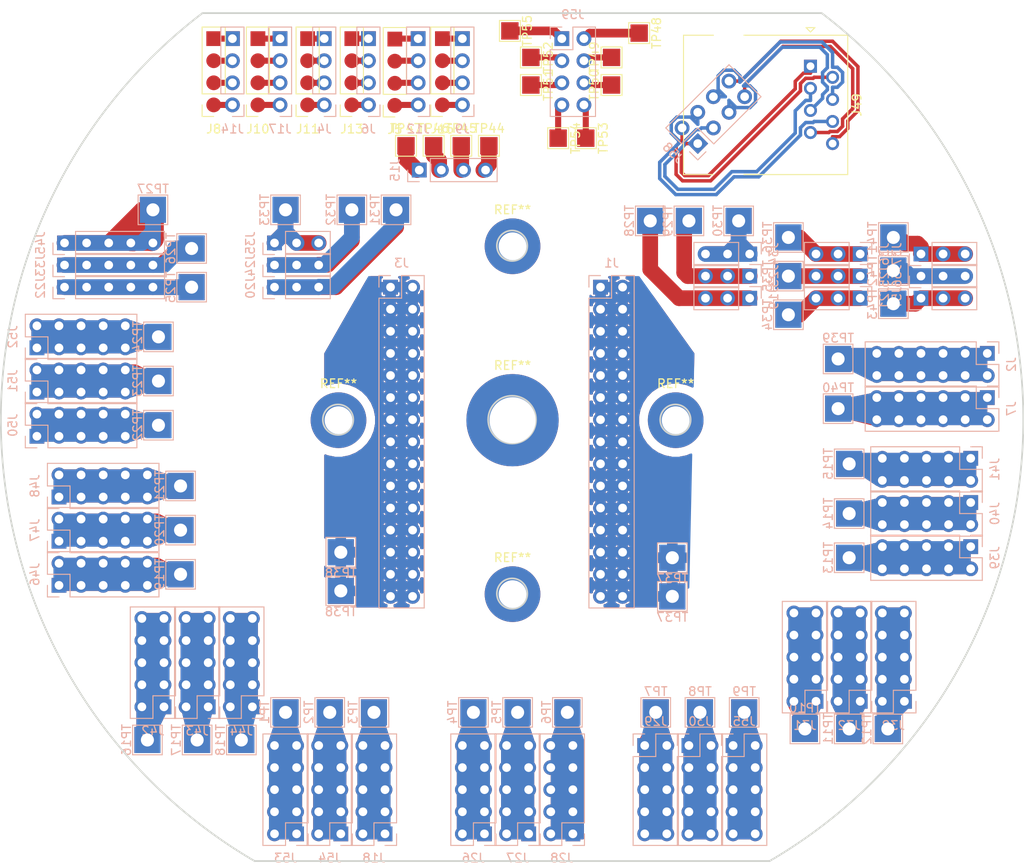
<source format=kicad_pcb>
(kicad_pcb (version 20171130) (host pcbnew "(5.1.9)-1")
  (layers (0 F.Cu signal) (31 B.Cu signal) (34 B.Paste user) (35 F.Paste user) (36 B.SilkS user) (37 F.SilkS user) (38 B.Mask user) (39 F.Mask user) (44 Edge.Cuts user))
  (net 0 "")
  (net 1 +48_VA)
  (net 2 +12_VB1)
  (net 3 GND_VA)
  (net 4 RA4)
  (net 5 RA3)
  (net 6 RA2)
  (net 7 RA1)
  (net 8 RB4)
  (net 9 RB3)
  (net 10 RB2)
  (net 11 RB1)
  (net 12 RC4)
  (net 13 RC3)
  (net 14 RC2)
  (net 15 RC1)
  (net 16 GND_VB1)
  (net 17 RD4)
  (net 18 RD3)
  (net 19 RD2)
  (net 20 RD1)
  (net 21 RE4)
  (net 22 RE3)
  (net 23 RE2)
  (net 24 RE1)
  (net 25 RF4)
  (net 26 RF3)
  (net 27 RF2)
  (net 28 RF1)
  (net 29 SCL)
  (net 30 SDA)
  (net 31 3V3)
  (net 32 GND)
  (net 33 T0B)
  (net 34 +M1)
  (net 35 +M2)
  (net 36 +M3)
  (net 37 +M0)
  (net 38 -M1)
  (net 39 -M2)
  (net 40 -M3)
  (net 41 T1R)
  (net 42 T1G)
  (net 43 T1B)
  (net 44 T2R)
  (net 45 T2G)
  (net 46 T3R)
  (net 47 T3G)
  (net 48 -M0)
  (net 49 XM1)
  (net 50 XM2)
  (net 51 XM3)
  (net 52 +M4)
  (net 53 T3B)
  (net 54 T4R)
  (net 55 T4G)
  (net 56 T4B)
  (net 57 T5R)
  (net 58 T5G)
  (net 59 T5B)
  (net 60 XM0)
  (net 61 T6R)
  (net 62 T6G)
  (net 63 T6B)
  (net 64 T7R)
  (net 65 T7G)
  (net 66 T7B)
  (net 67 T0R)
  (net 68 T0G)
  (net 69 T2B)
  (net 70 -M4)
  (net 71 XM4)
  (net 72 USB0_TX+)
  (net 73 USB0_TX-)
  (net 74 USB0_RX+)
  (net 75 USB0_RX-)
  (net 76 USB0_D+)
  (net 77 USB0_D-)
  (net 78 5V)
  (net 79 EthC+)
  (net 80 EthD+)
  (net 81 EthA+)
  (net 82 EthA-)
  (net 83 EthD-)
  (net 84 EthB+)
  (net 85 EthC-)
  (net 86 EthB-)
  (module Connector_PinSocket_2.54mm:PinSocket_1x04_P2.54mm_Vertical (layer F.Cu) (at 126.225 55.295 180)
    (fp_text reference J5 (at 0 -2.77) (layer F.SilkS))
    (fp_text value Conn_01x04)
    (pad 1 smd rect (at 0 7.62 180) (size 1.7 1.7) (layers F.Cu F.Paste F.Mask) (net 11 RB1))
    (pad 2 smd oval (at 0 5.08 180) (size 1.7 1.7) (layers F.Cu F.Paste F.Mask) (net 10 RB2))
    (pad 3 smd oval (at 0 2.54 180) (size 1.7 1.7) (layers F.Cu F.Paste F.Mask) (net 9 RB3))
    (pad 4 smd circle (at 0 0 180) (size 1.7 1.7) (layers F.Cu F.Paste F.Mask) (net 8 RB4))
  )
  (module Connector_PinSocket_2.54mm:PinSocket_1x04_P2.54mm_Vertical (layer B.Cu) (at 113.03 55.245)
    (fp_text reference J17 (at 0 2.77) (layer B.SilkS) (effects (justify mirror)))
    (fp_text value Conn_01x04)
    (pad 1 thru_hole rect (at 0 -7.62) (size 1.7 1.7) (drill 1) (layers *.Cu *.Mask) (net 28 RF1))
    (pad 2 thru_hole oval (at 0 -5.08) (size 1.7 1.7) (drill 1) (layers *.Cu *.Mask) (net 27 RF2))
    (pad 3 thru_hole oval (at 0 -2.54) (size 1.7 1.7) (drill 1) (layers *.Cu *.Mask) (net 26 RF3))
    (pad 4 thru_hole circle (at 0 0) (size 1.7 1.7) (drill 1) (layers *.Cu *.Mask) (net 25 RF4))
  )
  (module Connector_PinSocket_2.54mm:PinSocket_1x04_P2.54mm_Vertical (layer F.Cu) (at 121.285 55.245 180)
    (fp_text reference J13 (at 0 -2.77) (layer F.SilkS))
    (fp_text value Conn_01x04)
    (pad 1 smd rect (at 0 7.62 180) (size 1.7 1.7) (layers F.Cu F.Paste F.Mask) (net 15 RC1))
    (pad 2 smd oval (at 0 5.08 180) (size 1.7 1.7) (layers F.Cu F.Paste F.Mask) (net 14 RC2))
    (pad 3 smd oval (at 0 2.54 180) (size 1.7 1.7) (layers F.Cu F.Paste F.Mask) (net 13 RC3))
    (pad 4 smd circle (at 0 0 180) (size 1.7 1.7) (layers F.Cu F.Paste F.Mask) (net 12 RC4))
  )
  (module Connector_PinSocket_2.54mm:PinSocket_1x04_P2.54mm_Vertical (layer F.Cu) (at 116.205 55.245 180)
    (fp_text reference J11 (at 0 -2.77) (layer F.SilkS))
    (fp_text value Conn_01x04)
    (pad 1 smd rect (at 0 7.62 180) (size 1.7 1.7) (layers F.Cu F.Paste F.Mask) (net 7 RA1))
    (pad 2 smd oval (at 0 5.08 180) (size 1.7 1.7) (layers F.Cu F.Paste F.Mask) (net 6 RA2))
    (pad 3 smd oval (at 0 2.54 180) (size 1.7 1.7) (layers F.Cu F.Paste F.Mask) (net 5 RA3))
    (pad 4 smd circle (at 0 0 180) (size 1.7 1.7) (layers F.Cu F.Paste F.Mask) (net 4 RA4))
  )
  (module Connector_PinSocket_2.54mm:PinSocket_1x04_P2.54mm_Vertical (layer B.Cu) (at 123.19 55.245)
    (fp_text reference J6 (at 0 2.77) (layer B.SilkS) (effects (justify mirror)))
    (fp_text value Conn_01x04)
    (pad 1 thru_hole rect (at 0 -7.62) (size 1.7 1.7) (drill 1) (layers *.Cu *.Mask) (net 15 RC1))
    (pad 2 thru_hole oval (at 0 -5.08) (size 1.7 1.7) (drill 1) (layers *.Cu *.Mask) (net 14 RC2))
    (pad 3 thru_hole oval (at 0 -2.54) (size 1.7 1.7) (drill 1) (layers *.Cu *.Mask) (net 13 RC3))
    (pad 4 thru_hole circle (at 0 0) (size 1.7 1.7) (drill 1) (layers *.Cu *.Mask) (net 12 RC4))
  )
  (module Connector_PinSocket_2.54mm:PinSocket_1x04_P2.54mm_Vertical (layer F.Cu) (at 131.69 55.245 180)
    (fp_text reference J16 (at 0 -2.77) (layer F.SilkS))
    (fp_text value Conn_01x04)
    (pad 1 smd rect (at 0 7.62 180) (size 1.7 1.7) (layers F.Cu F.Paste F.Mask) (net 24 RE1))
    (pad 2 smd oval (at 0 5.08 180) (size 1.7 1.7) (layers F.Cu F.Paste F.Mask) (net 23 RE2))
    (pad 3 smd oval (at 0 2.54 180) (size 1.7 1.7) (layers F.Cu F.Paste F.Mask) (net 22 RE3))
    (pad 4 smd circle (at 0 0 180) (size 1.7 1.7) (layers F.Cu F.Paste F.Mask) (net 21 RE4))
  )
  (module Connector_PinSocket_2.54mm:PinSocket_1x04_P2.54mm_Vertical (layer F.Cu) (at 105.41 55.245 180)
    (fp_text reference J8 (at 0 -2.77) (layer F.SilkS))
    (fp_text value Conn_01x04)
    (pad 1 smd rect (at 0 7.62 180) (size 1.7 1.7) (layers F.Cu F.Paste F.Mask) (net 20 RD1))
    (pad 2 smd oval (at 0 5.08 180) (size 1.7 1.7) (layers F.Cu F.Paste F.Mask) (net 19 RD2))
    (pad 3 smd oval (at 0 2.54 180) (size 1.7 1.7) (layers F.Cu F.Paste F.Mask) (net 18 RD3))
    (pad 4 smd circle (at 0 0 180) (size 1.7 1.7) (layers F.Cu F.Paste F.Mask) (net 17 RD4))
  )
  (module Connector_PinSocket_2.54mm:PinSocket_1x04_P2.54mm_Vertical (layer B.Cu) (at 107.56 55.245)
    (fp_text reference J14 (at 0 2.77) (layer B.SilkS) (effects (justify mirror)))
    (fp_text value Conn_01x04)
    (pad 1 thru_hole rect (at 0 -7.62) (size 1.7 1.7) (drill 1) (layers *.Cu *.Mask) (net 20 RD1))
    (pad 2 thru_hole oval (at 0 -5.08) (size 1.7 1.7) (drill 1) (layers *.Cu *.Mask) (net 19 RD2))
    (pad 3 thru_hole oval (at 0 -2.54) (size 1.7 1.7) (drill 1) (layers *.Cu *.Mask) (net 18 RD3))
    (pad 4 thru_hole circle (at 0 0) (size 1.7 1.7) (drill 1) (layers *.Cu *.Mask) (net 17 RD4))
  )
  (module Connector_PinSocket_2.54mm:PinSocket_1x04_P2.54mm_Vertical (layer B.Cu) (at 128.905 55.245)
    (fp_text reference J12 (at 0 2.77) (layer B.SilkS) (effects (justify mirror)))
    (fp_text value Conn_01x04)
    (pad 1 thru_hole rect (at 0 -7.62) (size 1.7 1.7) (drill 1) (layers *.Cu *.Mask) (net 11 RB1))
    (pad 2 thru_hole oval (at 0 -5.08) (size 1.7 1.7) (drill 1) (layers *.Cu *.Mask) (net 10 RB2))
    (pad 3 thru_hole oval (at 0 -2.54) (size 1.7 1.7) (drill 1) (layers *.Cu *.Mask) (net 9 RB3))
    (pad 4 thru_hole circle (at 0 0) (size 1.7 1.7) (drill 1) (layers *.Cu *.Mask) (net 8 RB4))
  )
  (module Connector_PinSocket_2.54mm:PinSocket_1x04_P2.54mm_Vertical (layer B.Cu) (at 133.985 55.245)
    (fp_text reference J9 (at 0 2.77) (layer B.SilkS) (effects (justify mirror)))
    (fp_text value Conn_01x04)
    (pad 1 thru_hole rect (at 0 -7.62) (size 1.7 1.7) (drill 1) (layers *.Cu *.Mask) (net 24 RE1))
    (pad 2 thru_hole oval (at 0 -5.08) (size 1.7 1.7) (drill 1) (layers *.Cu *.Mask) (net 23 RE2))
    (pad 3 thru_hole oval (at 0 -2.54) (size 1.7 1.7) (drill 1) (layers *.Cu *.Mask) (net 22 RE3))
    (pad 4 thru_hole oval (at 0 0) (size 1.7 1.7) (drill 1) (layers *.Cu *.Mask) (net 21 RE4))
  )
  (module Connector_PinSocket_2.54mm:PinSocket_1x04_P2.54mm_Vertical (layer F.Cu) (at 110.49 55.245 180)
    (fp_text reference J10 (at 0 -2.77) (layer F.SilkS))
    (fp_text value Conn_01x04)
    (pad 1 smd rect (at 0 7.62 180) (size 1.7 1.7) (layers F.Cu F.Paste F.Mask) (net 28 RF1))
    (pad 2 smd oval (at 0 5.08 180) (size 1.7 1.7) (layers F.Cu F.Paste F.Mask) (net 27 RF2))
    (pad 3 smd oval (at 0 2.54 180) (size 1.7 1.7) (layers F.Cu F.Paste F.Mask) (net 26 RF3))
    (pad 4 smd circle (at 0 0 180) (size 1.7 1.7) (layers F.Cu F.Paste F.Mask) (net 25 RF4))
  )
  (module Connector_PinSocket_2.54mm:PinSocket_1x04_P2.54mm_Vertical (layer B.Cu) (at 118.11 55.245)
    (fp_text reference J4 (at 0 2.77) (layer B.SilkS) (effects (justify mirror)))
    (fp_text value Conn_01x04)
    (pad 1 thru_hole rect (at 0 -7.62) (size 1.7 1.7) (drill 1) (layers *.Cu *.Mask) (net 7 RA1))
    (pad 2 thru_hole oval (at 0 -5.08) (size 1.7 1.7) (drill 1) (layers *.Cu *.Mask) (net 6 RA2))
    (pad 3 thru_hole oval (at 0 -2.54) (size 1.7 1.7) (drill 1) (layers *.Cu *.Mask) (net 5 RA3))
    (pad 4 thru_hole circle (at 0 0) (size 1.7 1.7) (drill 1) (layers *.Cu *.Mask) (net 4 RA4))
  )
  (module Connector_PinSocket_2.54mm:PinSocket_2x04_P2.54mm_Vertical (layer B.Cu) (at 145.415 47.625 180)
    (fp_text reference J59 (at -1.27 2.77) (layer B.SilkS) (effects (justify mirror)))
    (fp_text value Conn_01x08)
    (pad 8 thru_hole oval (at -2.54 -7.62 180) (size 1.7 1.7) (drill 1) (layers *.Cu *.Mask))
    (pad 7 thru_hole oval (at 0 -7.62 180) (size 1.7 1.7) (drill 1) (layers *.Cu *.Mask))
    (pad 6 thru_hole oval (at -2.54 -5.08 180) (size 1.7 1.7) (drill 1) (layers *.Cu *.Mask))
    (pad 5 thru_hole oval (at 0 -5.08 180) (size 1.7 1.7) (drill 1) (layers *.Cu *.Mask))
    (pad 4 thru_hole oval (at -2.54 -2.54 180) (size 1.7 1.7) (drill 1) (layers *.Cu *.Mask))
    (pad 3 thru_hole oval (at 0 -2.54 180) (size 1.7 1.7) (drill 1) (layers *.Cu *.Mask))
    (pad 2 thru_hole oval (at -2.54 0 180) (size 1.7 1.7) (drill 1) (layers *.Cu *.Mask))
    (pad 1 thru_hole rect (at 0 0 180) (size 1.7 1.7) (drill 1) (layers *.Cu *.Mask))
  )
  (module Connector_PinSocket_2.54mm:PinSocket_2x04_P2.54mm_Vertical (layer B.Cu) (at 161.036 59.69 315)
    (fp_text reference J58 (at -1.27 2.77 315) (layer B.SilkS) (effects (justify mirror)))
    (fp_text value Conn_01x08)
    (pad 1 thru_hole rect (at 0 0 315) (size 1.7 1.7) (drill 1) (layers *.Cu *.Mask) (net 82 EthA-))
    (pad 2 thru_hole oval (at -2.54 0 315) (size 1.7 1.7) (drill 1) (layers *.Cu *.Mask) (net 81 EthA+))
    (pad 3 thru_hole oval (at 0 -2.54 315) (size 1.7 1.7) (drill 1) (layers *.Cu *.Mask) (net 86 EthB-))
    (pad 4 thru_hole oval (at -2.54 -2.54 315) (size 1.7 1.7) (drill 1) (layers *.Cu *.Mask) (net 84 EthB+))
    (pad 5 thru_hole oval (at 0 -5.08 315) (size 1.7 1.7) (drill 1) (layers *.Cu *.Mask) (net 79 EthC+))
    (pad 6 thru_hole oval (at -2.54 -5.08 315) (size 1.7 1.7) (drill 1) (layers *.Cu *.Mask) (net 85 EthC-))
    (pad 7 thru_hole oval (at 0 -7.62 315) (size 1.7 1.7) (drill 1) (layers *.Cu *.Mask) (net 83 EthD-))
    (pad 8 thru_hole oval (at -2.54 -7.62 315) (size 1.7 1.7) (drill 1) (layers *.Cu *.Mask) (net 80 EthD+))
  )
  (module Connector_PinSocket_2.54mm:PinSocket_1x03_P2.54mm_Vertical (layer B.Cu) (at 186.69 77.47 270)
    (fp_text reference J57 (at 0 2.77 270) (layer B.SilkS) (effects (justify mirror)))
    (fp_text value Conn_01x03_Male)
    (pad 3 thru_hole oval (at 0 -5.08 270) (size 1.7 1.7) (drill 1) (layers *.Cu *.Mask) (net 71 XM4))
    (pad 2 thru_hole oval (at 0 -2.54 270) (size 1.7 1.7) (drill 1) (layers *.Cu *.Mask) (net 71 XM4))
    (pad 1 thru_hole rect (at 0 0 270) (size 1.7 1.7) (drill 1) (layers *.Cu *.Mask) (net 71 XM4))
  )
  (module Connector_PinSocket_2.54mm:PinSocket_1x03_P2.54mm_Vertical (layer B.Cu) (at 186.69 74.93 270)
    (fp_text reference J56 (at 0 2.77 270) (layer B.SilkS) (effects (justify mirror)))
    (fp_text value Conn_01x03_Male)
    (pad 3 thru_hole oval (at 0 -5.08 270) (size 1.7 1.7) (drill 1) (layers *.Cu *.Mask) (net 70 -M4))
    (pad 2 thru_hole oval (at 0 -2.54 270) (size 1.7 1.7) (drill 1) (layers *.Cu *.Mask) (net 70 -M4))
    (pad 1 thru_hole rect (at 0 0 270) (size 1.7 1.7) (drill 1) (layers *.Cu *.Mask) (net 70 -M4))
  )
  (module Connector_PinSocket_2.54mm:PinSocket_2x05_P2.54mm_Vertical (layer B.Cu) (at 165.1 128.905 180)
    (fp_text reference J55 (at -1.27 2.77) (layer B.SilkS) (effects (justify mirror)))
    (fp_text value Conn_01x10)
    (pad 10 thru_hole oval (at -2.54 -10.16 180) (size 1.7 1.7) (drill 1) (layers *.Cu *.Mask) (net 69 T2B))
    (pad 9 thru_hole oval (at 0 -10.16 180) (size 1.7 1.7) (drill 1) (layers *.Cu *.Mask) (net 69 T2B))
    (pad 8 thru_hole oval (at -2.54 -7.62 180) (size 1.7 1.7) (drill 1) (layers *.Cu *.Mask) (net 69 T2B))
    (pad 7 thru_hole oval (at 0 -7.62 180) (size 1.7 1.7) (drill 1) (layers *.Cu *.Mask) (net 69 T2B))
    (pad 6 thru_hole oval (at -2.54 -5.08 180) (size 1.7 1.7) (drill 1) (layers *.Cu *.Mask) (net 69 T2B))
    (pad 5 thru_hole oval (at 0 -5.08 180) (size 1.7 1.7) (drill 1) (layers *.Cu *.Mask) (net 69 T2B))
    (pad 4 thru_hole oval (at -2.54 -2.54 180) (size 1.7 1.7) (drill 1) (layers *.Cu *.Mask) (net 69 T2B))
    (pad 3 thru_hole oval (at 0 -2.54 180) (size 1.7 1.7) (drill 1) (layers *.Cu *.Mask) (net 69 T2B))
    (pad 2 thru_hole oval (at -2.54 0 180) (size 1.7 1.7) (drill 1) (layers *.Cu *.Mask) (net 69 T2B))
    (pad 1 thru_hole rect (at 0 0 180) (size 1.7 1.7) (drill 1) (layers *.Cu *.Mask) (net 69 T2B))
  )
  (module Connector_PinSocket_2.54mm:PinSocket_2x05_P2.54mm_Vertical (layer B.Cu) (at 120.015 139.065)
    (fp_text reference J54 (at -1.27 2.77) (layer B.SilkS) (effects (justify mirror)))
    (fp_text value Conn_01x10)
    (pad 10 thru_hole oval (at -2.54 -10.16) (size 1.7 1.7) (drill 1) (layers *.Cu *.Mask) (net 68 T0G))
    (pad 9 thru_hole oval (at 0 -10.16) (size 1.7 1.7) (drill 1) (layers *.Cu *.Mask) (net 68 T0G))
    (pad 8 thru_hole oval (at -2.54 -7.62) (size 1.7 1.7) (drill 1) (layers *.Cu *.Mask) (net 68 T0G))
    (pad 7 thru_hole oval (at 0 -7.62) (size 1.7 1.7) (drill 1) (layers *.Cu *.Mask) (net 68 T0G))
    (pad 6 thru_hole oval (at -2.54 -5.08) (size 1.7 1.7) (drill 1) (layers *.Cu *.Mask) (net 68 T0G))
    (pad 5 thru_hole oval (at 0 -5.08) (size 1.7 1.7) (drill 1) (layers *.Cu *.Mask) (net 68 T0G))
    (pad 4 thru_hole oval (at -2.54 -2.54) (size 1.7 1.7) (drill 1) (layers *.Cu *.Mask) (net 68 T0G))
    (pad 3 thru_hole oval (at 0 -2.54) (size 1.7 1.7) (drill 1) (layers *.Cu *.Mask) (net 68 T0G))
    (pad 2 thru_hole oval (at -2.54 0) (size 1.7 1.7) (drill 1) (layers *.Cu *.Mask) (net 68 T0G))
    (pad 1 thru_hole rect (at 0 0) (size 1.7 1.7) (drill 1) (layers *.Cu *.Mask) (net 68 T0G))
  )
  (module Connector_PinSocket_2.54mm:PinSocket_2x05_P2.54mm_Vertical (layer B.Cu) (at 114.935 139.065)
    (fp_text reference J53 (at -1.27 2.77) (layer B.SilkS) (effects (justify mirror)))
    (fp_text value Conn_01x10)
    (pad 10 thru_hole oval (at -2.54 -10.16) (size 1.7 1.7) (drill 1) (layers *.Cu *.Mask) (net 67 T0R))
    (pad 9 thru_hole oval (at 0 -10.16) (size 1.7 1.7) (drill 1) (layers *.Cu *.Mask) (net 67 T0R))
    (pad 8 thru_hole oval (at -2.54 -7.62) (size 1.7 1.7) (drill 1) (layers *.Cu *.Mask) (net 67 T0R))
    (pad 7 thru_hole oval (at 0 -7.62) (size 1.7 1.7) (drill 1) (layers *.Cu *.Mask) (net 67 T0R))
    (pad 6 thru_hole oval (at -2.54 -5.08) (size 1.7 1.7) (drill 1) (layers *.Cu *.Mask) (net 67 T0R))
    (pad 5 thru_hole oval (at 0 -5.08) (size 1.7 1.7) (drill 1) (layers *.Cu *.Mask) (net 67 T0R))
    (pad 4 thru_hole oval (at -2.54 -2.54) (size 1.7 1.7) (drill 1) (layers *.Cu *.Mask) (net 67 T0R))
    (pad 3 thru_hole oval (at 0 -2.54) (size 1.7 1.7) (drill 1) (layers *.Cu *.Mask) (net 67 T0R))
    (pad 2 thru_hole oval (at -2.54 0) (size 1.7 1.7) (drill 1) (layers *.Cu *.Mask) (net 67 T0R))
    (pad 1 thru_hole rect (at 0 0) (size 1.7 1.7) (drill 1) (layers *.Cu *.Mask) (net 67 T0R))
  )
  (module Connector_PinSocket_2.54mm:PinSocket_2x05_P2.54mm_Vertical (layer B.Cu) (at 85.09 83.185 270)
    (fp_text reference J52 (at -1.27 2.77 270) (layer B.SilkS) (effects (justify mirror)))
    (fp_text value Conn_01x10)
    (pad 10 thru_hole oval (at -2.54 -10.16 270) (size 1.7 1.7) (drill 1) (layers *.Cu *.Mask) (net 66 T7B))
    (pad 9 thru_hole oval (at 0 -10.16 270) (size 1.7 1.7) (drill 1) (layers *.Cu *.Mask) (net 66 T7B))
    (pad 8 thru_hole oval (at -2.54 -7.62 270) (size 1.7 1.7) (drill 1) (layers *.Cu *.Mask) (net 66 T7B))
    (pad 7 thru_hole oval (at 0 -7.62 270) (size 1.7 1.7) (drill 1) (layers *.Cu *.Mask) (net 66 T7B))
    (pad 6 thru_hole oval (at -2.54 -5.08 270) (size 1.7 1.7) (drill 1) (layers *.Cu *.Mask) (net 66 T7B))
    (pad 5 thru_hole oval (at 0 -5.08 270) (size 1.7 1.7) (drill 1) (layers *.Cu *.Mask) (net 66 T7B))
    (pad 4 thru_hole oval (at -2.54 -2.54 270) (size 1.7 1.7) (drill 1) (layers *.Cu *.Mask) (net 66 T7B))
    (pad 3 thru_hole oval (at 0 -2.54 270) (size 1.7 1.7) (drill 1) (layers *.Cu *.Mask) (net 66 T7B))
    (pad 2 thru_hole oval (at -2.54 0 270) (size 1.7 1.7) (drill 1) (layers *.Cu *.Mask) (net 66 T7B))
    (pad 1 thru_hole rect (at 0 0 270) (size 1.7 1.7) (drill 1) (layers *.Cu *.Mask) (net 66 T7B))
  )
  (module Connector_PinSocket_2.54mm:PinSocket_2x05_P2.54mm_Vertical (layer B.Cu) (at 85.09 88.265 270)
    (fp_text reference J51 (at -1.27 2.77 270) (layer B.SilkS) (effects (justify mirror)))
    (fp_text value Conn_01x10)
    (pad 10 thru_hole oval (at -2.54 -10.16 270) (size 1.7 1.7) (drill 1) (layers *.Cu *.Mask) (net 65 T7G))
    (pad 9 thru_hole oval (at 0 -10.16 270) (size 1.7 1.7) (drill 1) (layers *.Cu *.Mask) (net 65 T7G))
    (pad 8 thru_hole oval (at -2.54 -7.62 270) (size 1.7 1.7) (drill 1) (layers *.Cu *.Mask) (net 65 T7G))
    (pad 7 thru_hole oval (at 0 -7.62 270) (size 1.7 1.7) (drill 1) (layers *.Cu *.Mask) (net 65 T7G))
    (pad 6 thru_hole oval (at -2.54 -5.08 270) (size 1.7 1.7) (drill 1) (layers *.Cu *.Mask) (net 65 T7G))
    (pad 5 thru_hole oval (at 0 -5.08 270) (size 1.7 1.7) (drill 1) (layers *.Cu *.Mask) (net 65 T7G))
    (pad 4 thru_hole oval (at -2.54 -2.54 270) (size 1.7 1.7) (drill 1) (layers *.Cu *.Mask) (net 65 T7G))
    (pad 3 thru_hole oval (at 0 -2.54 270) (size 1.7 1.7) (drill 1) (layers *.Cu *.Mask) (net 65 T7G))
    (pad 2 thru_hole oval (at -2.54 0 270) (size 1.7 1.7) (drill 1) (layers *.Cu *.Mask) (net 65 T7G))
    (pad 1 thru_hole rect (at 0 0 270) (size 1.7 1.7) (drill 1) (layers *.Cu *.Mask) (net 65 T7G))
  )
  (module Connector_PinSocket_2.54mm:PinSocket_2x05_P2.54mm_Vertical (layer B.Cu) (at 85.09 93.345 270)
    (fp_text reference J50 (at -1.27 2.77 270) (layer B.SilkS) (effects (justify mirror)))
    (fp_text value Conn_01x10)
    (pad 10 thru_hole oval (at -2.54 -10.16 270) (size 1.7 1.7) (drill 1) (layers *.Cu *.Mask) (net 64 T7R))
    (pad 9 thru_hole oval (at 0 -10.16 270) (size 1.7 1.7) (drill 1) (layers *.Cu *.Mask) (net 64 T7R))
    (pad 8 thru_hole oval (at -2.54 -7.62 270) (size 1.7 1.7) (drill 1) (layers *.Cu *.Mask) (net 64 T7R))
    (pad 7 thru_hole oval (at 0 -7.62 270) (size 1.7 1.7) (drill 1) (layers *.Cu *.Mask) (net 64 T7R))
    (pad 6 thru_hole oval (at -2.54 -5.08 270) (size 1.7 1.7) (drill 1) (layers *.Cu *.Mask) (net 64 T7R))
    (pad 5 thru_hole oval (at 0 -5.08 270) (size 1.7 1.7) (drill 1) (layers *.Cu *.Mask) (net 64 T7R))
    (pad 4 thru_hole oval (at -2.54 -2.54 270) (size 1.7 1.7) (drill 1) (layers *.Cu *.Mask) (net 64 T7R))
    (pad 3 thru_hole oval (at 0 -2.54 270) (size 1.7 1.7) (drill 1) (layers *.Cu *.Mask) (net 64 T7R))
    (pad 2 thru_hole oval (at -2.54 0 270) (size 1.7 1.7) (drill 1) (layers *.Cu *.Mask) (net 64 T7R))
    (pad 1 thru_hole rect (at 0 0 270) (size 1.7 1.7) (drill 1) (layers *.Cu *.Mask) (net 64 T7R))
  )
  (module Connector_PinSocket_2.54mm:PinSocket_2x05_P2.54mm_Vertical (layer B.Cu) (at 87.63 100.33 270)
    (fp_text reference J48 (at -1.27 2.77 270) (layer B.SilkS) (effects (justify mirror)))
    (fp_text value Conn_01x10)
    (pad 10 thru_hole oval (at -2.54 -10.16 270) (size 1.7 1.7) (drill 1) (layers *.Cu *.Mask) (net 63 T6B))
    (pad 9 thru_hole oval (at 0 -10.16 270) (size 1.7 1.7) (drill 1) (layers *.Cu *.Mask) (net 63 T6B))
    (pad 8 thru_hole oval (at -2.54 -7.62 270) (size 1.7 1.7) (drill 1) (layers *.Cu *.Mask) (net 63 T6B))
    (pad 7 thru_hole oval (at 0 -7.62 270) (size 1.7 1.7) (drill 1) (layers *.Cu *.Mask) (net 63 T6B))
    (pad 6 thru_hole oval (at -2.54 -5.08 270) (size 1.7 1.7) (drill 1) (layers *.Cu *.Mask) (net 63 T6B))
    (pad 5 thru_hole oval (at 0 -5.08 270) (size 1.7 1.7) (drill 1) (layers *.Cu *.Mask) (net 63 T6B))
    (pad 4 thru_hole oval (at -2.54 -2.54 270) (size 1.7 1.7) (drill 1) (layers *.Cu *.Mask) (net 63 T6B))
    (pad 3 thru_hole oval (at 0 -2.54 270) (size 1.7 1.7) (drill 1) (layers *.Cu *.Mask) (net 63 T6B))
    (pad 2 thru_hole oval (at -2.54 0 270) (size 1.7 1.7) (drill 1) (layers *.Cu *.Mask) (net 63 T6B))
    (pad 1 thru_hole rect (at 0 0 270) (size 1.7 1.7) (drill 1) (layers *.Cu *.Mask) (net 63 T6B))
  )
  (module Connector_PinSocket_2.54mm:PinSocket_2x05_P2.54mm_Vertical (layer B.Cu) (at 87.63 105.41 270)
    (fp_text reference J47 (at -1.27 2.77 270) (layer B.SilkS) (effects (justify mirror)))
    (fp_text value Conn_01x10)
    (pad 10 thru_hole oval (at -2.54 -10.16 270) (size 1.7 1.7) (drill 1) (layers *.Cu *.Mask) (net 62 T6G))
    (pad 9 thru_hole oval (at 0 -10.16 270) (size 1.7 1.7) (drill 1) (layers *.Cu *.Mask) (net 62 T6G))
    (pad 8 thru_hole oval (at -2.54 -7.62 270) (size 1.7 1.7) (drill 1) (layers *.Cu *.Mask) (net 62 T6G))
    (pad 7 thru_hole oval (at 0 -7.62 270) (size 1.7 1.7) (drill 1) (layers *.Cu *.Mask) (net 62 T6G))
    (pad 6 thru_hole oval (at -2.54 -5.08 270) (size 1.7 1.7) (drill 1) (layers *.Cu *.Mask) (net 62 T6G))
    (pad 5 thru_hole oval (at 0 -5.08 270) (size 1.7 1.7) (drill 1) (layers *.Cu *.Mask) (net 62 T6G))
    (pad 4 thru_hole oval (at -2.54 -2.54 270) (size 1.7 1.7) (drill 1) (layers *.Cu *.Mask) (net 62 T6G))
    (pad 3 thru_hole oval (at 0 -2.54 270) (size 1.7 1.7) (drill 1) (layers *.Cu *.Mask) (net 62 T6G))
    (pad 2 thru_hole oval (at -2.54 0 270) (size 1.7 1.7) (drill 1) (layers *.Cu *.Mask) (net 62 T6G))
    (pad 1 thru_hole rect (at 0 0 270) (size 1.7 1.7) (drill 1) (layers *.Cu *.Mask) (net 62 T6G))
  )
  (module Connector_PinSocket_2.54mm:PinSocket_2x05_P2.54mm_Vertical (layer B.Cu) (at 87.63 110.49 270)
    (fp_text reference J46 (at -1.27 2.77 270) (layer B.SilkS) (effects (justify mirror)))
    (fp_text value Conn_01x10)
    (pad 10 thru_hole oval (at -2.54 -10.16 270) (size 1.7 1.7) (drill 1) (layers *.Cu *.Mask) (net 61 T6R))
    (pad 9 thru_hole oval (at 0 -10.16 270) (size 1.7 1.7) (drill 1) (layers *.Cu *.Mask) (net 61 T6R))
    (pad 8 thru_hole oval (at -2.54 -7.62 270) (size 1.7 1.7) (drill 1) (layers *.Cu *.Mask) (net 61 T6R))
    (pad 7 thru_hole oval (at 0 -7.62 270) (size 1.7 1.7) (drill 1) (layers *.Cu *.Mask) (net 61 T6R))
    (pad 6 thru_hole oval (at -2.54 -5.08 270) (size 1.7 1.7) (drill 1) (layers *.Cu *.Mask) (net 61 T6R))
    (pad 5 thru_hole oval (at 0 -5.08 270) (size 1.7 1.7) (drill 1) (layers *.Cu *.Mask) (net 61 T6R))
    (pad 4 thru_hole oval (at -2.54 -2.54 270) (size 1.7 1.7) (drill 1) (layers *.Cu *.Mask) (net 61 T6R))
    (pad 3 thru_hole oval (at 0 -2.54 270) (size 1.7 1.7) (drill 1) (layers *.Cu *.Mask) (net 61 T6R))
    (pad 2 thru_hole oval (at -2.54 0 270) (size 1.7 1.7) (drill 1) (layers *.Cu *.Mask) (net 61 T6R))
    (pad 1 thru_hole rect (at 0 0 270) (size 1.7 1.7) (drill 1) (layers *.Cu *.Mask) (net 61 T6R))
  )
  (module Connector_PinSocket_2.54mm:PinSocket_1x05_P2.54mm_Vertical (layer B.Cu) (at 88.265 71.12 270)
    (fp_text reference J45 (at 0 2.77 270) (layer B.SilkS) (effects (justify mirror)))
    (fp_text value Conn_01x05_Male)
    (pad 5 thru_hole oval (at 0 -10.16 270) (size 1.7 1.7) (drill 1) (layers *.Cu *.Mask) (net 60 XM0))
    (pad 4 thru_hole oval (at 0 -7.62 270) (size 1.7 1.7) (drill 1) (layers *.Cu *.Mask) (net 60 XM0))
    (pad 3 thru_hole oval (at 0 -5.08 270) (size 1.7 1.7) (drill 1) (layers *.Cu *.Mask) (net 60 XM0))
    (pad 2 thru_hole oval (at 0 -2.54 270) (size 1.7 1.7) (drill 1) (layers *.Cu *.Mask) (net 60 XM0))
    (pad 1 thru_hole rect (at 0 0 270) (size 1.7 1.7) (drill 1) (layers *.Cu *.Mask) (net 60 XM0))
  )
  (module Connector_PinSocket_2.54mm:PinSocket_2x05_P2.54mm_Vertical (layer B.Cu) (at 109.855 124.46)
    (fp_text reference J44 (at -1.27 2.77) (layer B.SilkS) (effects (justify mirror)))
    (fp_text value Conn_01x10)
    (pad 10 thru_hole oval (at -2.54 -10.16) (size 1.7 1.7) (drill 1) (layers *.Cu *.Mask) (net 59 T5B))
    (pad 9 thru_hole oval (at 0 -10.16) (size 1.7 1.7) (drill 1) (layers *.Cu *.Mask) (net 59 T5B))
    (pad 8 thru_hole oval (at -2.54 -7.62) (size 1.7 1.7) (drill 1) (layers *.Cu *.Mask) (net 59 T5B))
    (pad 7 thru_hole oval (at 0 -7.62) (size 1.7 1.7) (drill 1) (layers *.Cu *.Mask) (net 59 T5B))
    (pad 6 thru_hole oval (at -2.54 -5.08) (size 1.7 1.7) (drill 1) (layers *.Cu *.Mask) (net 59 T5B))
    (pad 5 thru_hole oval (at 0 -5.08) (size 1.7 1.7) (drill 1) (layers *.Cu *.Mask) (net 59 T5B))
    (pad 4 thru_hole oval (at -2.54 -2.54) (size 1.7 1.7) (drill 1) (layers *.Cu *.Mask) (net 59 T5B))
    (pad 3 thru_hole oval (at 0 -2.54) (size 1.7 1.7) (drill 1) (layers *.Cu *.Mask) (net 59 T5B))
    (pad 2 thru_hole oval (at -2.54 0) (size 1.7 1.7) (drill 1) (layers *.Cu *.Mask) (net 59 T5B))
    (pad 1 thru_hole rect (at 0 0) (size 1.7 1.7) (drill 1) (layers *.Cu *.Mask) (net 59 T5B))
  )
  (module Connector_PinSocket_2.54mm:PinSocket_2x05_P2.54mm_Vertical (layer B.Cu) (at 104.775 124.46)
    (fp_text reference J43 (at -1.27 2.77) (layer B.SilkS) (effects (justify mirror)))
    (fp_text value Conn_01x10)
    (pad 10 thru_hole oval (at -2.54 -10.16) (size 1.7 1.7) (drill 1) (layers *.Cu *.Mask) (net 58 T5G))
    (pad 9 thru_hole oval (at 0 -10.16) (size 1.7 1.7) (drill 1) (layers *.Cu *.Mask) (net 58 T5G))
    (pad 8 thru_hole oval (at -2.54 -7.62) (size 1.7 1.7) (drill 1) (layers *.Cu *.Mask) (net 58 T5G))
    (pad 7 thru_hole oval (at 0 -7.62) (size 1.7 1.7) (drill 1) (layers *.Cu *.Mask) (net 58 T5G))
    (pad 6 thru_hole oval (at -2.54 -5.08) (size 1.7 1.7) (drill 1) (layers *.Cu *.Mask) (net 58 T5G))
    (pad 5 thru_hole oval (at 0 -5.08) (size 1.7 1.7) (drill 1) (layers *.Cu *.Mask) (net 58 T5G))
    (pad 4 thru_hole oval (at -2.54 -2.54) (size 1.7 1.7) (drill 1) (layers *.Cu *.Mask) (net 58 T5G))
    (pad 3 thru_hole oval (at 0 -2.54) (size 1.7 1.7) (drill 1) (layers *.Cu *.Mask) (net 58 T5G))
    (pad 2 thru_hole oval (at -2.54 0) (size 1.7 1.7) (drill 1) (layers *.Cu *.Mask) (net 58 T5G))
    (pad 1 thru_hole rect (at 0 0) (size 1.7 1.7) (drill 1) (layers *.Cu *.Mask) (net 58 T5G))
  )
  (module Connector_PinSocket_2.54mm:PinSocket_2x05_P2.54mm_Vertical (layer B.Cu) (at 99.695 124.46)
    (fp_text reference J42 (at -1.27 2.77) (layer B.SilkS) (effects (justify mirror)))
    (fp_text value Conn_01x10)
    (pad 10 thru_hole oval (at -2.54 -10.16) (size 1.7 1.7) (drill 1) (layers *.Cu *.Mask) (net 57 T5R))
    (pad 9 thru_hole oval (at 0 -10.16) (size 1.7 1.7) (drill 1) (layers *.Cu *.Mask) (net 57 T5R))
    (pad 8 thru_hole oval (at -2.54 -7.62) (size 1.7 1.7) (drill 1) (layers *.Cu *.Mask) (net 57 T5R))
    (pad 7 thru_hole oval (at 0 -7.62) (size 1.7 1.7) (drill 1) (layers *.Cu *.Mask) (net 57 T5R))
    (pad 6 thru_hole oval (at -2.54 -5.08) (size 1.7 1.7) (drill 1) (layers *.Cu *.Mask) (net 57 T5R))
    (pad 5 thru_hole oval (at 0 -5.08) (size 1.7 1.7) (drill 1) (layers *.Cu *.Mask) (net 57 T5R))
    (pad 4 thru_hole oval (at -2.54 -2.54) (size 1.7 1.7) (drill 1) (layers *.Cu *.Mask) (net 57 T5R))
    (pad 3 thru_hole oval (at 0 -2.54) (size 1.7 1.7) (drill 1) (layers *.Cu *.Mask) (net 57 T5R))
    (pad 2 thru_hole oval (at -2.54 0) (size 1.7 1.7) (drill 1) (layers *.Cu *.Mask) (net 57 T5R))
    (pad 1 thru_hole rect (at 0 0) (size 1.7 1.7) (drill 1) (layers *.Cu *.Mask) (net 57 T5R))
  )
  (module Connector_PinSocket_2.54mm:PinSocket_2x05_P2.54mm_Vertical (layer B.Cu) (at 192.405 95.885 90)
    (fp_text reference J41 (at -1.27 2.77 270) (layer B.SilkS) (effects (justify mirror)))
    (fp_text value Conn_01x10)
    (pad 10 thru_hole oval (at -2.54 -10.16 90) (size 1.7 1.7) (drill 1) (layers *.Cu *.Mask) (net 56 T4B))
    (pad 9 thru_hole oval (at 0 -10.16 90) (size 1.7 1.7) (drill 1) (layers *.Cu *.Mask) (net 56 T4B))
    (pad 8 thru_hole oval (at -2.54 -7.62 90) (size 1.7 1.7) (drill 1) (layers *.Cu *.Mask) (net 56 T4B))
    (pad 7 thru_hole oval (at 0 -7.62 90) (size 1.7 1.7) (drill 1) (layers *.Cu *.Mask) (net 56 T4B))
    (pad 6 thru_hole oval (at -2.54 -5.08 90) (size 1.7 1.7) (drill 1) (layers *.Cu *.Mask) (net 56 T4B))
    (pad 5 thru_hole oval (at 0 -5.08 90) (size 1.7 1.7) (drill 1) (layers *.Cu *.Mask) (net 56 T4B))
    (pad 4 thru_hole oval (at -2.54 -2.54 90) (size 1.7 1.7) (drill 1) (layers *.Cu *.Mask) (net 56 T4B))
    (pad 3 thru_hole oval (at 0 -2.54 90) (size 1.7 1.7) (drill 1) (layers *.Cu *.Mask) (net 56 T4B))
    (pad 2 thru_hole oval (at -2.54 0 90) (size 1.7 1.7) (drill 1) (layers *.Cu *.Mask) (net 56 T4B))
    (pad 1 thru_hole rect (at 0 0 90) (size 1.7 1.7) (drill 1) (layers *.Cu *.Mask) (net 56 T4B))
  )
  (module Connector_PinSocket_2.54mm:PinSocket_2x05_P2.54mm_Vertical (layer B.Cu) (at 192.405 100.965 90)
    (fp_text reference J40 (at -1.27 2.77 270) (layer B.SilkS) (effects (justify mirror)))
    (fp_text value Conn_01x10)
    (pad 10 thru_hole oval (at -2.54 -10.16 90) (size 1.7 1.7) (drill 1) (layers *.Cu *.Mask) (net 55 T4G))
    (pad 9 thru_hole oval (at 0 -10.16 90) (size 1.7 1.7) (drill 1) (layers *.Cu *.Mask) (net 55 T4G))
    (pad 8 thru_hole oval (at -2.54 -7.62 90) (size 1.7 1.7) (drill 1) (layers *.Cu *.Mask) (net 55 T4G))
    (pad 7 thru_hole oval (at 0 -7.62 90) (size 1.7 1.7) (drill 1) (layers *.Cu *.Mask) (net 55 T4G))
    (pad 6 thru_hole oval (at -2.54 -5.08 90) (size 1.7 1.7) (drill 1) (layers *.Cu *.Mask) (net 55 T4G))
    (pad 5 thru_hole oval (at 0 -5.08 90) (size 1.7 1.7) (drill 1) (layers *.Cu *.Mask) (net 55 T4G))
    (pad 4 thru_hole oval (at -2.54 -2.54 90) (size 1.7 1.7) (drill 1) (layers *.Cu *.Mask) (net 55 T4G))
    (pad 3 thru_hole oval (at 0 -2.54 90) (size 1.7 1.7) (drill 1) (layers *.Cu *.Mask) (net 55 T4G))
    (pad 2 thru_hole oval (at -2.54 0 90) (size 1.7 1.7) (drill 1) (layers *.Cu *.Mask) (net 55 T4G))
    (pad 1 thru_hole rect (at 0 0 90) (size 1.7 1.7) (drill 1) (layers *.Cu *.Mask) (net 55 T4G))
  )
  (module Connector_PinSocket_2.54mm:PinSocket_2x05_P2.54mm_Vertical (layer B.Cu) (at 192.405 106.045 90)
    (fp_text reference J39 (at -1.27 2.77 270) (layer B.SilkS) (effects (justify mirror)))
    (fp_text value Conn_01x10)
    (pad 10 thru_hole oval (at -2.54 -10.16 90) (size 1.7 1.7) (drill 1) (layers *.Cu *.Mask) (net 54 T4R))
    (pad 9 thru_hole oval (at 0 -10.16 90) (size 1.7 1.7) (drill 1) (layers *.Cu *.Mask) (net 54 T4R))
    (pad 8 thru_hole oval (at -2.54 -7.62 90) (size 1.7 1.7) (drill 1) (layers *.Cu *.Mask) (net 54 T4R))
    (pad 7 thru_hole oval (at 0 -7.62 90) (size 1.7 1.7) (drill 1) (layers *.Cu *.Mask) (net 54 T4R))
    (pad 6 thru_hole oval (at -2.54 -5.08 90) (size 1.7 1.7) (drill 1) (layers *.Cu *.Mask) (net 54 T4R))
    (pad 5 thru_hole oval (at 0 -5.08 90) (size 1.7 1.7) (drill 1) (layers *.Cu *.Mask) (net 54 T4R))
    (pad 4 thru_hole oval (at -2.54 -2.54 90) (size 1.7 1.7) (drill 1) (layers *.Cu *.Mask) (net 54 T4R))
    (pad 3 thru_hole oval (at 0 -2.54 90) (size 1.7 1.7) (drill 1) (layers *.Cu *.Mask) (net 54 T4R))
    (pad 2 thru_hole oval (at -2.54 0 90) (size 1.7 1.7) (drill 1) (layers *.Cu *.Mask) (net 54 T4R))
    (pad 1 thru_hole rect (at 0 0 90) (size 1.7 1.7) (drill 1) (layers *.Cu *.Mask) (net 54 T4R))
  )
  (module Connector_PinSocket_2.54mm:PinSocket_2x05_P2.54mm_Vertical (layer B.Cu) (at 184.785 123.825)
    (fp_text reference J38 (at -1.27 2.77) (layer B.SilkS) (effects (justify mirror)))
    (fp_text value Conn_01x10)
    (pad 10 thru_hole oval (at -2.54 -10.16) (size 1.7 1.7) (drill 1) (layers *.Cu *.Mask) (net 53 T3B))
    (pad 9 thru_hole oval (at 0 -10.16) (size 1.7 1.7) (drill 1) (layers *.Cu *.Mask) (net 53 T3B))
    (pad 8 thru_hole oval (at -2.54 -7.62) (size 1.7 1.7) (drill 1) (layers *.Cu *.Mask) (net 53 T3B))
    (pad 7 thru_hole oval (at 0 -7.62) (size 1.7 1.7) (drill 1) (layers *.Cu *.Mask) (net 53 T3B))
    (pad 6 thru_hole oval (at -2.54 -5.08) (size 1.7 1.7) (drill 1) (layers *.Cu *.Mask) (net 53 T3B))
    (pad 5 thru_hole oval (at 0 -5.08) (size 1.7 1.7) (drill 1) (layers *.Cu *.Mask) (net 53 T3B))
    (pad 4 thru_hole oval (at -2.54 -2.54) (size 1.7 1.7) (drill 1) (layers *.Cu *.Mask) (net 53 T3B))
    (pad 3 thru_hole oval (at 0 -2.54) (size 1.7 1.7) (drill 1) (layers *.Cu *.Mask) (net 53 T3B))
    (pad 2 thru_hole oval (at -2.54 0) (size 1.7 1.7) (drill 1) (layers *.Cu *.Mask) (net 53 T3B))
    (pad 1 thru_hole rect (at 0 0) (size 1.7 1.7) (drill 1) (layers *.Cu *.Mask) (net 53 T3B))
  )
  (module Connector_PinSocket_2.54mm:PinSocket_1x03_P2.54mm_Vertical (layer B.Cu) (at 186.69 72.39 270)
    (fp_text reference J37 (at 0 2.77 270) (layer B.SilkS) (effects (justify mirror)))
    (fp_text value Conn_01x03_Male)
    (pad 3 thru_hole oval (at 0 -5.08 270) (size 1.7 1.7) (drill 1) (layers *.Cu *.Mask) (net 52 +M4))
    (pad 2 thru_hole oval (at 0 -2.54 270) (size 1.7 1.7) (drill 1) (layers *.Cu *.Mask) (net 52 +M4))
    (pad 1 thru_hole rect (at 0 0 270) (size 1.7 1.7) (drill 1) (layers *.Cu *.Mask) (net 52 +M4))
  )
  (module Connector_PinSocket_2.54mm:PinSocket_1x03_P2.54mm_Vertical (layer B.Cu) (at 179.705 72.39 90)
    (fp_text reference J36 (at 0 2.77 270) (layer B.SilkS) (effects (justify mirror)))
    (fp_text value Conn_01x03_Male)
    (pad 1 thru_hole rect (at 0 0 90) (size 1.7 1.7) (drill 1) (layers *.Cu *.Mask) (net 51 XM3))
    (pad 2 thru_hole oval (at 0 -2.54 90) (size 1.7 1.7) (drill 1) (layers *.Cu *.Mask) (net 51 XM3))
    (pad 3 thru_hole oval (at 0 -5.08 90) (size 1.7 1.7) (drill 1) (layers *.Cu *.Mask) (net 51 XM3))
  )
  (module Connector_PinSocket_2.54mm:PinSocket_1x03_P2.54mm_Vertical (layer B.Cu) (at 112.395 71.12 270)
    (fp_text reference J35 (at 0 2.77 270) (layer B.SilkS) (effects (justify mirror)))
    (fp_text value Conn_01x03_Male)
    (pad 3 thru_hole oval (at 0 -5.08 270) (size 1.7 1.7) (drill 1) (layers *.Cu *.Mask) (net 50 XM2))
    (pad 2 thru_hole oval (at 0 -2.54 270) (size 1.7 1.7) (drill 1) (layers *.Cu *.Mask) (net 50 XM2))
    (pad 1 thru_hole rect (at 0 0 270) (size 1.7 1.7) (drill 1) (layers *.Cu *.Mask) (net 50 XM2))
  )
  (module Connector_PinSocket_2.54mm:PinSocket_1x03_P2.54mm_Vertical (layer B.Cu) (at 167.005 72.39 90)
    (fp_text reference J34 (at 0 2.77 270) (layer B.SilkS) (effects (justify mirror)))
    (fp_text value Conn_01x03_Male)
    (pad 3 thru_hole oval (at 0 -5.08 90) (size 1.7 1.7) (drill 1) (layers *.Cu *.Mask) (net 49 XM1))
    (pad 2 thru_hole oval (at 0 -2.54 90) (size 1.7 1.7) (drill 1) (layers *.Cu *.Mask) (net 49 XM1))
    (pad 1 thru_hole rect (at 0 0 90) (size 1.7 1.7) (drill 1) (layers *.Cu *.Mask) (net 49 XM1))
  )
  (module Connector_PinSocket_2.54mm:PinSocket_1x05_P2.54mm_Vertical (layer B.Cu) (at 88.265 73.66 270)
    (fp_text reference J33 (at 0 2.77 270) (layer B.SilkS) (effects (justify mirror)))
    (fp_text value Conn_01x05_Male)
    (pad 5 thru_hole oval (at 0 -10.16 270) (size 1.7 1.7) (drill 1) (layers *.Cu *.Mask) (net 48 -M0))
    (pad 4 thru_hole oval (at 0 -7.62 270) (size 1.7 1.7) (drill 1) (layers *.Cu *.Mask) (net 48 -M0))
    (pad 3 thru_hole oval (at 0 -5.08 270) (size 1.7 1.7) (drill 1) (layers *.Cu *.Mask) (net 48 -M0))
    (pad 2 thru_hole oval (at 0 -2.54 270) (size 1.7 1.7) (drill 1) (layers *.Cu *.Mask) (net 48 -M0))
    (pad 1 thru_hole rect (at 0 0 270) (size 1.7 1.7) (drill 1) (layers *.Cu *.Mask) (net 48 -M0))
  )
  (module Connector_PinSocket_2.54mm:PinSocket_2x05_P2.54mm_Vertical (layer B.Cu) (at 179.705 123.825)
    (fp_text reference J32 (at -1.27 2.77) (layer B.SilkS) (effects (justify mirror)))
    (fp_text value Conn_01x10)
    (pad 10 thru_hole oval (at -2.54 -10.16) (size 1.7 1.7) (drill 1) (layers *.Cu *.Mask) (net 47 T3G))
    (pad 9 thru_hole oval (at 0 -10.16) (size 1.7 1.7) (drill 1) (layers *.Cu *.Mask) (net 47 T3G))
    (pad 8 thru_hole oval (at -2.54 -7.62) (size 1.7 1.7) (drill 1) (layers *.Cu *.Mask) (net 47 T3G))
    (pad 7 thru_hole oval (at 0 -7.62) (size 1.7 1.7) (drill 1) (layers *.Cu *.Mask) (net 47 T3G))
    (pad 6 thru_hole oval (at -2.54 -5.08) (size 1.7 1.7) (drill 1) (layers *.Cu *.Mask) (net 47 T3G))
    (pad 5 thru_hole oval (at 0 -5.08) (size 1.7 1.7) (drill 1) (layers *.Cu *.Mask) (net 47 T3G))
    (pad 4 thru_hole oval (at -2.54 -2.54) (size 1.7 1.7) (drill 1) (layers *.Cu *.Mask) (net 47 T3G))
    (pad 3 thru_hole oval (at 0 -2.54) (size 1.7 1.7) (drill 1) (layers *.Cu *.Mask) (net 47 T3G))
    (pad 2 thru_hole oval (at -2.54 0) (size 1.7 1.7) (drill 1) (layers *.Cu *.Mask) (net 47 T3G))
    (pad 1 thru_hole rect (at 0 0) (size 1.7 1.7) (drill 1) (layers *.Cu *.Mask) (net 47 T3G))
  )
  (module Connector_PinSocket_2.54mm:PinSocket_2x05_P2.54mm_Vertical (layer B.Cu) (at 174.625 123.825)
    (fp_text reference J31 (at -1.27 2.77) (layer B.SilkS) (effects (justify mirror)))
    (fp_text value Conn_01x10)
    (pad 10 thru_hole oval (at -2.54 -10.16) (size 1.7 1.7) (drill 1) (layers *.Cu *.Mask) (net 46 T3R))
    (pad 9 thru_hole oval (at 0 -10.16) (size 1.7 1.7) (drill 1) (layers *.Cu *.Mask) (net 46 T3R))
    (pad 8 thru_hole oval (at -2.54 -7.62) (size 1.7 1.7) (drill 1) (layers *.Cu *.Mask) (net 46 T3R))
    (pad 7 thru_hole oval (at 0 -7.62) (size 1.7 1.7) (drill 1) (layers *.Cu *.Mask) (net 46 T3R))
    (pad 6 thru_hole oval (at -2.54 -5.08) (size 1.7 1.7) (drill 1) (layers *.Cu *.Mask) (net 46 T3R))
    (pad 5 thru_hole oval (at 0 -5.08) (size 1.7 1.7) (drill 1) (layers *.Cu *.Mask) (net 46 T3R))
    (pad 4 thru_hole oval (at -2.54 -2.54) (size 1.7 1.7) (drill 1) (layers *.Cu *.Mask) (net 46 T3R))
    (pad 3 thru_hole oval (at 0 -2.54) (size 1.7 1.7) (drill 1) (layers *.Cu *.Mask) (net 46 T3R))
    (pad 2 thru_hole oval (at -2.54 0) (size 1.7 1.7) (drill 1) (layers *.Cu *.Mask) (net 46 T3R))
    (pad 1 thru_hole rect (at 0 0) (size 1.7 1.7) (drill 1) (layers *.Cu *.Mask) (net 46 T3R))
  )
  (module Connector_PinSocket_2.54mm:PinSocket_2x05_P2.54mm_Vertical (layer B.Cu) (at 160.02 128.905 180)
    (fp_text reference J30 (at -1.27 2.77) (layer B.SilkS) (effects (justify mirror)))
    (fp_text value Conn_01x10)
    (pad 10 thru_hole oval (at -2.54 -10.16 180) (size 1.7 1.7) (drill 1) (layers *.Cu *.Mask) (net 45 T2G))
    (pad 9 thru_hole oval (at 0 -10.16 180) (size 1.7 1.7) (drill 1) (layers *.Cu *.Mask) (net 45 T2G))
    (pad 8 thru_hole oval (at -2.54 -7.62 180) (size 1.7 1.7) (drill 1) (layers *.Cu *.Mask) (net 45 T2G))
    (pad 7 thru_hole oval (at 0 -7.62 180) (size 1.7 1.7) (drill 1) (layers *.Cu *.Mask) (net 45 T2G))
    (pad 6 thru_hole oval (at -2.54 -5.08 180) (size 1.7 1.7) (drill 1) (layers *.Cu *.Mask) (net 45 T2G))
    (pad 5 thru_hole oval (at 0 -5.08 180) (size 1.7 1.7) (drill 1) (layers *.Cu *.Mask) (net 45 T2G))
    (pad 4 thru_hole oval (at -2.54 -2.54 180) (size 1.7 1.7) (drill 1) (layers *.Cu *.Mask) (net 45 T2G))
    (pad 3 thru_hole oval (at 0 -2.54 180) (size 1.7 1.7) (drill 1) (layers *.Cu *.Mask) (net 45 T2G))
    (pad 2 thru_hole oval (at -2.54 0 180) (size 1.7 1.7) (drill 1) (layers *.Cu *.Mask) (net 45 T2G))
    (pad 1 thru_hole rect (at 0 0 180) (size 1.7 1.7) (drill 1) (layers *.Cu *.Mask) (net 45 T2G))
  )
  (module Connector_PinSocket_2.54mm:PinSocket_2x05_P2.54mm_Vertical (layer B.Cu) (at 154.94 128.905 180)
    (fp_text reference J29 (at -1.27 2.77) (layer B.SilkS) (effects (justify mirror)))
    (fp_text value Conn_01x10)
    (pad 10 thru_hole oval (at -2.54 -10.16 180) (size 1.7 1.7) (drill 1) (layers *.Cu *.Mask) (net 44 T2R))
    (pad 9 thru_hole oval (at 0 -10.16 180) (size 1.7 1.7) (drill 1) (layers *.Cu *.Mask) (net 44 T2R))
    (pad 8 thru_hole oval (at -2.54 -7.62 180) (size 1.7 1.7) (drill 1) (layers *.Cu *.Mask) (net 44 T2R))
    (pad 7 thru_hole oval (at 0 -7.62 180) (size 1.7 1.7) (drill 1) (layers *.Cu *.Mask) (net 44 T2R))
    (pad 6 thru_hole oval (at -2.54 -5.08 180) (size 1.7 1.7) (drill 1) (layers *.Cu *.Mask) (net 44 T2R))
    (pad 5 thru_hole oval (at 0 -5.08 180) (size 1.7 1.7) (drill 1) (layers *.Cu *.Mask) (net 44 T2R))
    (pad 4 thru_hole oval (at -2.54 -2.54 180) (size 1.7 1.7) (drill 1) (layers *.Cu *.Mask) (net 44 T2R))
    (pad 3 thru_hole oval (at 0 -2.54 180) (size 1.7 1.7) (drill 1) (layers *.Cu *.Mask) (net 44 T2R))
    (pad 2 thru_hole oval (at -2.54 0 180) (size 1.7 1.7) (drill 1) (layers *.Cu *.Mask) (net 44 T2R))
    (pad 1 thru_hole rect (at 0 0 180) (size 1.7 1.7) (drill 1) (layers *.Cu *.Mask) (net 44 T2R))
  )
  (module Connector_PinSocket_2.54mm:PinSocket_2x05_P2.54mm_Vertical (layer B.Cu) (at 146.685 139.065)
    (fp_text reference J28 (at -1.27 2.77) (layer B.SilkS) (effects (justify mirror)))
    (fp_text value Conn_01x10)
    (pad 10 thru_hole oval (at -2.54 -10.16) (size 1.7 1.7) (drill 1) (layers *.Cu *.Mask) (net 43 T1B))
    (pad 9 thru_hole oval (at 0 -10.16) (size 1.7 1.7) (drill 1) (layers *.Cu *.Mask) (net 43 T1B))
    (pad 8 thru_hole oval (at -2.54 -7.62) (size 1.7 1.7) (drill 1) (layers *.Cu *.Mask) (net 43 T1B))
    (pad 7 thru_hole oval (at 0 -7.62) (size 1.7 1.7) (drill 1) (layers *.Cu *.Mask) (net 43 T1B))
    (pad 6 thru_hole oval (at -2.54 -5.08) (size 1.7 1.7) (drill 1) (layers *.Cu *.Mask) (net 43 T1B))
    (pad 5 thru_hole oval (at 0 -5.08) (size 1.7 1.7) (drill 1) (layers *.Cu *.Mask) (net 43 T1B))
    (pad 4 thru_hole oval (at -2.54 -2.54) (size 1.7 1.7) (drill 1) (layers *.Cu *.Mask) (net 43 T1B))
    (pad 3 thru_hole oval (at 0 -2.54) (size 1.7 1.7) (drill 1) (layers *.Cu *.Mask) (net 43 T1B))
    (pad 2 thru_hole oval (at -2.54 0) (size 1.7 1.7) (drill 1) (layers *.Cu *.Mask) (net 43 T1B))
    (pad 1 thru_hole rect (at 0 0) (size 1.7 1.7) (drill 1) (layers *.Cu *.Mask) (net 43 T1B))
  )
  (module Connector_PinSocket_2.54mm:PinSocket_2x05_P2.54mm_Vertical (layer B.Cu) (at 141.605 139.065)
    (fp_text reference J27 (at -1.27 2.77) (layer B.SilkS) (effects (justify mirror)))
    (fp_text value Conn_01x10)
    (pad 10 thru_hole oval (at -2.54 -10.16) (size 1.7 1.7) (drill 1) (layers *.Cu *.Mask) (net 42 T1G))
    (pad 9 thru_hole oval (at 0 -10.16) (size 1.7 1.7) (drill 1) (layers *.Cu *.Mask) (net 42 T1G))
    (pad 8 thru_hole oval (at -2.54 -7.62) (size 1.7 1.7) (drill 1) (layers *.Cu *.Mask) (net 42 T1G))
    (pad 7 thru_hole oval (at 0 -7.62) (size 1.7 1.7) (drill 1) (layers *.Cu *.Mask) (net 42 T1G))
    (pad 6 thru_hole oval (at -2.54 -5.08) (size 1.7 1.7) (drill 1) (layers *.Cu *.Mask) (net 42 T1G))
    (pad 5 thru_hole oval (at 0 -5.08) (size 1.7 1.7) (drill 1) (layers *.Cu *.Mask) (net 42 T1G))
    (pad 4 thru_hole oval (at -2.54 -2.54) (size 1.7 1.7) (drill 1) (layers *.Cu *.Mask) (net 42 T1G))
    (pad 3 thru_hole oval (at 0 -2.54) (size 1.7 1.7) (drill 1) (layers *.Cu *.Mask) (net 42 T1G))
    (pad 2 thru_hole oval (at -2.54 0) (size 1.7 1.7) (drill 1) (layers *.Cu *.Mask) (net 42 T1G))
    (pad 1 thru_hole rect (at 0 0) (size 1.7 1.7) (drill 1) (layers *.Cu *.Mask) (net 42 T1G))
  )
  (module Connector_PinSocket_2.54mm:PinSocket_2x05_P2.54mm_Vertical (layer B.Cu) (at 136.525 139.065)
    (fp_text reference J26 (at -1.27 2.77) (layer B.SilkS) (effects (justify mirror)))
    (fp_text value Conn_01x10)
    (pad 10 thru_hole oval (at -2.54 -10.16) (size 1.7 1.7) (drill 1) (layers *.Cu *.Mask) (net 41 T1R))
    (pad 9 thru_hole oval (at 0 -10.16) (size 1.7 1.7) (drill 1) (layers *.Cu *.Mask) (net 41 T1R))
    (pad 8 thru_hole oval (at -2.54 -7.62) (size 1.7 1.7) (drill 1) (layers *.Cu *.Mask) (net 41 T1R))
    (pad 7 thru_hole oval (at 0 -7.62) (size 1.7 1.7) (drill 1) (layers *.Cu *.Mask) (net 41 T1R))
    (pad 6 thru_hole oval (at -2.54 -5.08) (size 1.7 1.7) (drill 1) (layers *.Cu *.Mask) (net 41 T1R))
    (pad 5 thru_hole oval (at 0 -5.08) (size 1.7 1.7) (drill 1) (layers *.Cu *.Mask) (net 41 T1R))
    (pad 4 thru_hole oval (at -2.54 -2.54) (size 1.7 1.7) (drill 1) (layers *.Cu *.Mask) (net 41 T1R))
    (pad 3 thru_hole oval (at 0 -2.54) (size 1.7 1.7) (drill 1) (layers *.Cu *.Mask) (net 41 T1R))
    (pad 2 thru_hole oval (at -2.54 0) (size 1.7 1.7) (drill 1) (layers *.Cu *.Mask) (net 41 T1R))
    (pad 1 thru_hole rect (at 0 0) (size 1.7 1.7) (drill 1) (layers *.Cu *.Mask) (net 41 T1R))
  )
  (module Connector_PinSocket_2.54mm:PinSocket_1x03_P2.54mm_Vertical (layer B.Cu) (at 179.705 74.93 90)
    (fp_text reference J25 (at 0 2.77 270) (layer B.SilkS) (effects (justify mirror)))
    (fp_text value Conn_01x03_Male)
    (pad 1 thru_hole rect (at 0 0 90) (size 1.7 1.7) (drill 1) (layers *.Cu *.Mask) (net 40 -M3))
    (pad 2 thru_hole oval (at 0 -2.54 90) (size 1.7 1.7) (drill 1) (layers *.Cu *.Mask) (net 40 -M3))
    (pad 3 thru_hole oval (at 0 -5.08 90) (size 1.7 1.7) (drill 1) (layers *.Cu *.Mask) (net 40 -M3))
  )
  (module Connector_PinSocket_2.54mm:PinSocket_1x03_P2.54mm_Vertical (layer B.Cu) (at 112.395 73.66 270)
    (fp_text reference J24 (at 0 2.77 270) (layer B.SilkS) (effects (justify mirror)))
    (fp_text value Conn_01x03_Male)
    (pad 3 thru_hole oval (at 0 -5.08 270) (size 1.7 1.7) (drill 1) (layers *.Cu *.Mask) (net 39 -M2))
    (pad 2 thru_hole oval (at 0 -2.54 270) (size 1.7 1.7) (drill 1) (layers *.Cu *.Mask) (net 39 -M2))
    (pad 1 thru_hole rect (at 0 0 270) (size 1.7 1.7) (drill 1) (layers *.Cu *.Mask) (net 39 -M2))
  )
  (module Connector_PinSocket_2.54mm:PinSocket_1x03_P2.54mm_Vertical (layer B.Cu) (at 167.005 74.93 90)
    (fp_text reference J23 (at 0 2.77 270) (layer B.SilkS) (effects (justify mirror)))
    (fp_text value Conn_01x03_Male)
    (pad 3 thru_hole oval (at 0 -5.08 90) (size 1.7 1.7) (drill 1) (layers *.Cu *.Mask) (net 38 -M1))
    (pad 2 thru_hole oval (at 0 -2.54 90) (size 1.7 1.7) (drill 1) (layers *.Cu *.Mask) (net 38 -M1))
    (pad 1 thru_hole rect (at 0 0 90) (size 1.7 1.7) (drill 1) (layers *.Cu *.Mask) (net 38 -M1))
  )
  (module Connector_PinSocket_2.54mm:PinSocket_1x05_P2.54mm_Vertical (layer B.Cu) (at 88.265 76.2 270)
    (fp_text reference J22 (at 0 2.77 270) (layer B.SilkS) (effects (justify mirror)))
    (fp_text value Conn_01x05_Male)
    (pad 5 thru_hole oval (at 0 -10.16 270) (size 1.7 1.7) (drill 1) (layers *.Cu *.Mask) (net 37 +M0))
    (pad 4 thru_hole oval (at 0 -7.62 270) (size 1.7 1.7) (drill 1) (layers *.Cu *.Mask) (net 37 +M0))
    (pad 3 thru_hole oval (at 0 -5.08 270) (size 1.7 1.7) (drill 1) (layers *.Cu *.Mask) (net 37 +M0))
    (pad 2 thru_hole oval (at 0 -2.54 270) (size 1.7 1.7) (drill 1) (layers *.Cu *.Mask) (net 37 +M0))
    (pad 1 thru_hole rect (at 0 0 270) (size 1.7 1.7) (drill 1) (layers *.Cu *.Mask) (net 37 +M0))
  )
  (module Connector_PinSocket_2.54mm:PinSocket_1x03_P2.54mm_Vertical (layer B.Cu) (at 179.705 77.47 90)
    (fp_text reference J21 (at 0 2.77 270) (layer B.SilkS) (effects (justify mirror)))
    (fp_text value Conn_01x03_Male)
    (pad 1 thru_hole rect (at 0 0 90) (size 1.7 1.7) (drill 1) (layers *.Cu *.Mask) (net 36 +M3))
    (pad 2 thru_hole oval (at 0 -2.54 90) (size 1.7 1.7) (drill 1) (layers *.Cu *.Mask) (net 36 +M3))
    (pad 3 thru_hole oval (at 0 -5.08 90) (size 1.7 1.7) (drill 1) (layers *.Cu *.Mask) (net 36 +M3))
  )
  (module Connector_PinSocket_2.54mm:PinSocket_1x03_P2.54mm_Vertical (layer B.Cu) (at 112.395 76.2 270)
    (fp_text reference J20 (at 0 2.77 270) (layer B.SilkS) (effects (justify mirror)))
    (fp_text value Conn_01x03_Male)
    (pad 3 thru_hole oval (at 0 -5.08 270) (size 1.7 1.7) (drill 1) (layers *.Cu *.Mask) (net 35 +M2))
    (pad 2 thru_hole oval (at 0 -2.54 270) (size 1.7 1.7) (drill 1) (layers *.Cu *.Mask) (net 35 +M2))
    (pad 1 thru_hole rect (at 0 0 270) (size 1.7 1.7) (drill 1) (layers *.Cu *.Mask) (net 35 +M2))
  )
  (module Connector_PinSocket_2.54mm:PinSocket_1x03_P2.54mm_Vertical (layer B.Cu) (at 167.005 77.47 90)
    (fp_text reference J19 (at 0 2.77 270) (layer B.SilkS) (effects (justify mirror)))
    (fp_text value Conn_01x03_Male)
    (pad 3 thru_hole oval (at 0 -5.08 90) (size 1.7 1.7) (drill 1) (layers *.Cu *.Mask) (net 34 +M1))
    (pad 2 thru_hole oval (at 0 -2.54 90) (size 1.7 1.7) (drill 1) (layers *.Cu *.Mask) (net 34 +M1))
    (pad 1 thru_hole rect (at 0 0 90) (size 1.7 1.7) (drill 1) (layers *.Cu *.Mask) (net 34 +M1))
  )
  (module Connector_PinSocket_2.54mm:PinSocket_2x05_P2.54mm_Vertical (layer B.Cu) (at 125.095 139.065)
    (fp_text reference J18 (at -1.27 2.77) (layer B.SilkS) (effects (justify mirror)))
    (fp_text value Conn_01x10)
    (pad 10 thru_hole oval (at -2.54 -10.16) (size 1.7 1.7) (drill 1) (layers *.Cu *.Mask) (net 33 T0B))
    (pad 9 thru_hole oval (at 0 -10.16) (size 1.7 1.7) (drill 1) (layers *.Cu *.Mask) (net 33 T0B))
    (pad 8 thru_hole oval (at -2.54 -7.62) (size 1.7 1.7) (drill 1) (layers *.Cu *.Mask) (net 33 T0B))
    (pad 7 thru_hole oval (at 0 -7.62) (size 1.7 1.7) (drill 1) (layers *.Cu *.Mask) (net 33 T0B))
    (pad 6 thru_hole oval (at -2.54 -5.08) (size 1.7 1.7) (drill 1) (layers *.Cu *.Mask) (net 33 T0B))
    (pad 5 thru_hole oval (at 0 -5.08) (size 1.7 1.7) (drill 1) (layers *.Cu *.Mask) (net 33 T0B))
    (pad 4 thru_hole oval (at -2.54 -2.54) (size 1.7 1.7) (drill 1) (layers *.Cu *.Mask) (net 33 T0B))
    (pad 3 thru_hole oval (at 0 -2.54) (size 1.7 1.7) (drill 1) (layers *.Cu *.Mask) (net 33 T0B))
    (pad 2 thru_hole oval (at -2.54 0) (size 1.7 1.7) (drill 1) (layers *.Cu *.Mask) (net 33 T0B))
    (pad 1 thru_hole rect (at 0 0) (size 1.7 1.7) (drill 1) (layers *.Cu *.Mask) (net 33 T0B))
  )
  (module Connector_PinSocket_2.54mm:PinSocket_1x04_P2.54mm_Vertical (layer B.Cu) (at 129.032 62.738 270)
    (fp_text reference J15 (at 0 2.77 270) (layer B.SilkS) (effects (justify mirror)))
    (fp_text value Conn_01x04_Male)
    (pad 4 thru_hole oval (at 0 -7.62 270) (size 1.7 1.7) (drill 1) (layers *.Cu *.Mask) (net 29 SCL))
    (pad 3 thru_hole oval (at 0 -5.08 270) (size 1.7 1.7) (drill 1) (layers *.Cu *.Mask) (net 30 SDA))
    (pad 2 thru_hole oval (at 0 -2.54 270) (size 1.7 1.7) (drill 1) (layers *.Cu *.Mask) (net 31 3V3))
    (pad 1 thru_hole rect (at 0 0 270) (size 1.7 1.7) (drill 1) (layers *.Cu *.Mask) (net 32 GND))
  )
  (module Connector_PinSocket_2.54mm:PinSocket_2x06_P2.54mm_Vertical (layer B.Cu) (at 194.31 88.9 90)
    (fp_text reference J7 (at -1.27 2.77 270) (layer B.SilkS) (effects (justify mirror)))
    (fp_text value Conn_01x12_Male)
    (pad 12 thru_hole oval (at -2.54 -12.7 90) (size 1.7 1.7) (drill 1) (layers *.Cu *.Mask) (net 16 GND_VB1))
    (pad 11 thru_hole oval (at 0 -12.7 90) (size 1.7 1.7) (drill 1) (layers *.Cu *.Mask) (net 16 GND_VB1))
    (pad 10 thru_hole oval (at -2.54 -10.16 90) (size 1.7 1.7) (drill 1) (layers *.Cu *.Mask) (net 16 GND_VB1))
    (pad 9 thru_hole oval (at 0 -10.16 90) (size 1.7 1.7) (drill 1) (layers *.Cu *.Mask) (net 16 GND_VB1))
    (pad 8 thru_hole oval (at -2.54 -7.62 90) (size 1.7 1.7) (drill 1) (layers *.Cu *.Mask) (net 16 GND_VB1))
    (pad 7 thru_hole oval (at 0 -7.62 90) (size 1.7 1.7) (drill 1) (layers *.Cu *.Mask) (net 16 GND_VB1))
    (pad 6 thru_hole oval (at -2.54 -5.08 90) (size 1.7 1.7) (drill 1) (layers *.Cu *.Mask) (net 16 GND_VB1))
    (pad 5 thru_hole oval (at 0 -5.08 90) (size 1.7 1.7) (drill 1) (layers *.Cu *.Mask) (net 16 GND_VB1))
    (pad 4 thru_hole oval (at -2.54 -2.54 90) (size 1.7 1.7) (drill 1) (layers *.Cu *.Mask) (net 16 GND_VB1))
    (pad 3 thru_hole oval (at 0 -2.54 90) (size 1.7 1.7) (drill 1) (layers *.Cu *.Mask) (net 16 GND_VB1))
    (pad 2 thru_hole oval (at -2.54 0 90) (size 1.7 1.7) (drill 1) (layers *.Cu *.Mask) (net 16 GND_VB1))
    (pad 1 thru_hole rect (at 0 0 90) (size 1.7 1.7) (drill 1) (layers *.Cu *.Mask) (net 16 GND_VB1))
  )
  (module Connector_PinSocket_2.54mm:PinSocket_2x15_P2.54mm_Vertical (layer B.Cu) (at 125.73 76.2 180)
    (fp_text reference J3 (at -1.27 2.77) (layer B.SilkS) (effects (justify mirror)))
    (fp_text value Conn_01x30_Male)
    (pad 30 thru_hole oval (at -2.54 -35.56 180) (size 1.7 1.7) (drill 1) (layers *.Cu *.Mask) (net 3 GND_VA))
    (pad 29 thru_hole oval (at 0 -35.56 180) (size 1.7 1.7) (drill 1) (layers *.Cu *.Mask) (net 3 GND_VA))
    (pad 28 thru_hole oval (at -2.54 -33.02 180) (size 1.7 1.7) (drill 1) (layers *.Cu *.Mask) (net 3 GND_VA))
    (pad 27 thru_hole oval (at 0 -33.02 180) (size 1.7 1.7) (drill 1) (layers *.Cu *.Mask) (net 3 GND_VA))
    (pad 26 thru_hole oval (at -2.54 -30.48 180) (size 1.7 1.7) (drill 1) (layers *.Cu *.Mask) (net 3 GND_VA))
    (pad 25 thru_hole oval (at 0 -30.48 180) (size 1.7 1.7) (drill 1) (layers *.Cu *.Mask) (net 3 GND_VA))
    (pad 24 thru_hole oval (at -2.54 -27.94 180) (size 1.7 1.7) (drill 1) (layers *.Cu *.Mask) (net 3 GND_VA))
    (pad 23 thru_hole oval (at 0 -27.94 180) (size 1.7 1.7) (drill 1) (layers *.Cu *.Mask) (net 3 GND_VA))
    (pad 22 thru_hole oval (at -2.54 -25.4 180) (size 1.7 1.7) (drill 1) (layers *.Cu *.Mask) (net 3 GND_VA))
    (pad 21 thru_hole oval (at 0 -25.4 180) (size 1.7 1.7) (drill 1) (layers *.Cu *.Mask) (net 3 GND_VA))
    (pad 20 thru_hole oval (at -2.54 -22.86 180) (size 1.7 1.7) (drill 1) (layers *.Cu *.Mask) (net 3 GND_VA))
    (pad 19 thru_hole oval (at 0 -22.86 180) (size 1.7 1.7) (drill 1) (layers *.Cu *.Mask) (net 3 GND_VA))
    (pad 18 thru_hole oval (at -2.54 -20.32 180) (size 1.7 1.7) (drill 1) (layers *.Cu *.Mask) (net 3 GND_VA))
    (pad 17 thru_hole oval (at 0 -20.32 180) (size 1.7 1.7) (drill 1) (layers *.Cu *.Mask) (net 3 GND_VA))
    (pad 16 thru_hole oval (at -2.54 -17.78 180) (size 1.7 1.7) (drill 1) (layers *.Cu *.Mask) (net 3 GND_VA))
    (pad 15 thru_hole oval (at 0 -17.78 180) (size 1.7 1.7) (drill 1) (layers *.Cu *.Mask) (net 3 GND_VA))
    (pad 14 thru_hole oval (at -2.54 -15.24 180) (size 1.7 1.7) (drill 1) (layers *.Cu *.Mask) (net 3 GND_VA))
    (pad 13 thru_hole oval (at 0 -15.24 180) (size 1.7 1.7) (drill 1) (layers *.Cu *.Mask) (net 3 GND_VA))
    (pad 12 thru_hole oval (at -2.54 -12.7 180) (size 1.7 1.7) (drill 1) (layers *.Cu *.Mask) (net 3 GND_VA))
    (pad 11 thru_hole oval (at 0 -12.7 180) (size 1.7 1.7) (drill 1) (layers *.Cu *.Mask) (net 3 GND_VA))
    (pad 10 thru_hole oval (at -2.54 -10.16 180) (size 1.7 1.7) (drill 1) (layers *.Cu *.Mask) (net 3 GND_VA))
    (pad 9 thru_hole oval (at 0 -10.16 180) (size 1.7 1.7) (drill 1) (layers *.Cu *.Mask) (net 3 GND_VA))
    (pad 8 thru_hole oval (at -2.54 -7.62 180) (size 1.7 1.7) (drill 1) (layers *.Cu *.Mask) (net 3 GND_VA))
    (pad 7 thru_hole oval (at 0 -7.62 180) (size 1.7 1.7) (drill 1) (layers *.Cu *.Mask) (net 3 GND_VA))
    (pad 6 thru_hole oval (at -2.54 -5.08 180) (size 1.7 1.7) (drill 1) (layers *.Cu *.Mask) (net 3 GND_VA))
    (pad 5 thru_hole oval (at 0 -5.08 180) (size 1.7 1.7) (drill 1) (layers *.Cu *.Mask) (net 3 GND_VA))
    (pad 4 thru_hole oval (at -2.54 -2.54 180) (size 1.7 1.7) (drill 1) (layers *.Cu *.Mask) (net 3 GND_VA))
    (pad 3 thru_hole oval (at 0 -2.54 180) (size 1.7 1.7) (drill 1) (layers *.Cu *.Mask) (net 3 GND_VA))
    (pad 2 thru_hole oval (at -2.54 0 180) (size 1.7 1.7) (drill 1) (layers *.Cu *.Mask) (net 3 GND_VA))
    (pad 1 thru_hole rect (at 0 0 180) (size 1.7 1.7) (drill 1) (layers *.Cu *.Mask) (net 3 GND_VA))
  )
  (module Connector_PinSocket_2.54mm:PinSocket_2x06_P2.54mm_Vertical (layer B.Cu) (at 194.31 83.82 90)
    (fp_text reference J2 (at -1.27 2.77 270) (layer B.SilkS) (effects (justify mirror)))
    (fp_text value Conn_01x12_Male)
    (pad 12 thru_hole oval (at -2.54 -12.7 90) (size 1.7 1.7) (drill 1) (layers *.Cu *.Mask) (net 2 +12_VB1))
    (pad 11 thru_hole oval (at 0 -12.7 90) (size 1.7 1.7) (drill 1) (layers *.Cu *.Mask) (net 2 +12_VB1))
    (pad 10 thru_hole oval (at -2.54 -10.16 90) (size 1.7 1.7) (drill 1) (layers *.Cu *.Mask) (net 2 +12_VB1))
    (pad 9 thru_hole oval (at 0 -10.16 90) (size 1.7 1.7) (drill 1) (layers *.Cu *.Mask) (net 2 +12_VB1))
    (pad 8 thru_hole oval (at -2.54 -7.62 90) (size 1.7 1.7) (drill 1) (layers *.Cu *.Mask) (net 2 +12_VB1))
    (pad 7 thru_hole oval (at 0 -7.62 90) (size 1.7 1.7) (drill 1) (layers *.Cu *.Mask) (net 2 +12_VB1))
    (pad 6 thru_hole oval (at -2.54 -5.08 90) (size 1.7 1.7) (drill 1) (layers *.Cu *.Mask) (net 2 +12_VB1))
    (pad 5 thru_hole oval (at 0 -5.08 90) (size 1.7 1.7) (drill 1) (layers *.Cu *.Mask) (net 2 +12_VB1))
    (pad 4 thru_hole oval (at -2.54 -2.54 90) (size 1.7 1.7) (drill 1) (layers *.Cu *.Mask) (net 2 +12_VB1))
    (pad 3 thru_hole oval (at 0 -2.54 90) (size 1.7 1.7) (drill 1) (layers *.Cu *.Mask) (net 2 +12_VB1))
    (pad 2 thru_hole oval (at -2.54 0 90) (size 1.7 1.7) (drill 1) (layers *.Cu *.Mask) (net 2 +12_VB1))
    (pad 1 thru_hole rect (at 0 0 90) (size 1.7 1.7) (drill 1) (layers *.Cu *.Mask) (net 2 +12_VB1))
  )
  (module Connector_PinSocket_2.54mm:PinSocket_2x15_P2.54mm_Vertical (layer B.Cu) (at 149.86 76.2 180)
    (fp_text reference J1 (at -1.27 2.77) (layer B.SilkS) (effects (justify mirror)))
    (fp_text value Conn_01x30_Male)
    (pad 30 thru_hole oval (at -2.54 -35.56 180) (size 1.7 1.7) (drill 1) (layers *.Cu *.Mask) (net 1 +48_VA))
    (pad 29 thru_hole oval (at 0 -35.56 180) (size 1.7 1.7) (drill 1) (layers *.Cu *.Mask) (net 1 +48_VA))
    (pad 28 thru_hole oval (at -2.54 -33.02 180) (size 1.7 1.7) (drill 1) (layers *.Cu *.Mask) (net 1 +48_VA))
    (pad 27 thru_hole oval (at 0 -33.02 180) (size 1.7 1.7) (drill 1) (layers *.Cu *.Mask) (net 1 +48_VA))
    (pad 26 thru_hole oval (at -2.54 -30.48 180) (size 1.7 1.7) (drill 1) (layers *.Cu *.Mask) (net 1 +48_VA))
    (pad 25 thru_hole oval (at 0 -30.48 180) (size 1.7 1.7) (drill 1) (layers *.Cu *.Mask) (net 1 +48_VA))
    (pad 24 thru_hole oval (at -2.54 -27.94 180) (size 1.7 1.7) (drill 1) (layers *.Cu *.Mask) (net 1 +48_VA))
    (pad 23 thru_hole oval (at 0 -27.94 180) (size 1.7 1.7) (drill 1) (layers *.Cu *.Mask) (net 1 +48_VA))
    (pad 22 thru_hole oval (at -2.54 -25.4 180) (size 1.7 1.7) (drill 1) (layers *.Cu *.Mask) (net 1 +48_VA))
    (pad 21 thru_hole oval (at 0 -25.4 180) (size 1.7 1.7) (drill 1) (layers *.Cu *.Mask) (net 1 +48_VA))
    (pad 20 thru_hole oval (at -2.54 -22.86 180) (size 1.7 1.7) (drill 1) (layers *.Cu *.Mask) (net 1 +48_VA))
    (pad 19 thru_hole oval (at 0 -22.86 180) (size 1.7 1.7) (drill 1) (layers *.Cu *.Mask) (net 1 +48_VA))
    (pad 18 thru_hole oval (at -2.54 -20.32 180) (size 1.7 1.7) (drill 1) (layers *.Cu *.Mask) (net 1 +48_VA))
    (pad 17 thru_hole oval (at 0 -20.32 180) (size 1.7 1.7) (drill 1) (layers *.Cu *.Mask) (net 1 +48_VA))
    (pad 16 thru_hole oval (at -2.54 -17.78 180) (size 1.7 1.7) (drill 1) (layers *.Cu *.Mask) (net 1 +48_VA))
    (pad 15 thru_hole oval (at 0 -17.78 180) (size 1.7 1.7) (drill 1) (layers *.Cu *.Mask) (net 1 +48_VA))
    (pad 14 thru_hole oval (at -2.54 -15.24 180) (size 1.7 1.7) (drill 1) (layers *.Cu *.Mask) (net 1 +48_VA))
    (pad 13 thru_hole oval (at 0 -15.24 180) (size 1.7 1.7) (drill 1) (layers *.Cu *.Mask) (net 1 +48_VA))
    (pad 12 thru_hole oval (at -2.54 -12.7 180) (size 1.7 1.7) (drill 1) (layers *.Cu *.Mask) (net 1 +48_VA))
    (pad 11 thru_hole oval (at 0 -12.7 180) (size 1.7 1.7) (drill 1) (layers *.Cu *.Mask) (net 1 +48_VA))
    (pad 10 thru_hole oval (at -2.54 -10.16 180) (size 1.7 1.7) (drill 1) (layers *.Cu *.Mask) (net 1 +48_VA))
    (pad 9 thru_hole oval (at 0 -10.16 180) (size 1.7 1.7) (drill 1) (layers *.Cu *.Mask) (net 1 +48_VA))
    (pad 8 thru_hole oval (at -2.54 -7.62 180) (size 1.7 1.7) (drill 1) (layers *.Cu *.Mask) (net 1 +48_VA))
    (pad 7 thru_hole oval (at 0 -7.62 180) (size 1.7 1.7) (drill 1) (layers *.Cu *.Mask) (net 1 +48_VA))
    (pad 6 thru_hole oval (at -2.54 -5.08 180) (size 1.7 1.7) (drill 1) (layers *.Cu *.Mask) (net 1 +48_VA))
    (pad 5 thru_hole oval (at 0 -5.08 180) (size 1.7 1.7) (drill 1) (layers *.Cu *.Mask) (net 1 +48_VA))
    (pad 4 thru_hole oval (at -2.54 -2.54 180) (size 1.7 1.7) (drill 1) (layers *.Cu *.Mask) (net 1 +48_VA))
    (pad 3 thru_hole oval (at 0 -2.54 180) (size 1.7 1.7) (drill 1) (layers *.Cu *.Mask) (net 1 +48_VA))
    (pad 2 thru_hole oval (at -2.54 0 180) (size 1.7 1.7) (drill 1) (layers *.Cu *.Mask) (net 1 +48_VA))
    (pad 1 thru_hole rect (at 0 0 180) (size 1.7 1.7) (drill 1) (layers *.Cu *.Mask) (net 1 +48_VA))
  )
  (module TestPoint:TestPoint_THTPad_3.0x3.0mm_Drill1.5mm (layer B.Cu) (at 183.515 78.105 270)
    (fp_text reference TP43 (at 0 2.398 90) (layer B.SilkS) (effects (justify mirror)))
    (fp_text value TestPoint)
    (pad 1 thru_hole rect (at 0 0 270) (size 3 3) (drill 1.5) (layers *.Cu *.Mask) (net 71 XM4))
  )
  (module TestPoint:TestPoint_THTPad_3.0x3.0mm_Drill1.5mm (layer B.Cu) (at 183.515 74.295 270)
    (fp_text reference TP42 (at 0 2.398 90) (layer B.SilkS) (effects (justify mirror)))
    (fp_text value TestPoint)
    (pad 1 thru_hole rect (at 0 0 270) (size 3 3) (drill 1.5) (layers *.Cu *.Mask) (net 70 -M4))
  )
  (module TestPoint:TestPoint_THTPad_3.0x3.0mm_Drill1.5mm (layer B.Cu) (at 183.515 70.485 270)
    (fp_text reference TP41 (at 0 2.398 90) (layer B.SilkS) (effects (justify mirror)))
    (fp_text value TestPoint)
    (pad 1 thru_hole rect (at 0 0 270) (size 3 3) (drill 1.5) (layers *.Cu *.Mask) (net 52 +M4))
  )
  (module TestPoint:TestPoint_THTPad_3.0x3.0mm_Drill1.5mm (layer B.Cu) (at 177.165 90.17 180)
    (fp_text reference TP40 (at 0 2.398) (layer B.SilkS) (effects (justify mirror)))
    (fp_text value TestPoint)
    (pad 1 thru_hole rect (at 0 0 180) (size 3 3) (drill 1.5) (layers *.Cu *.Mask) (net 16 GND_VB1))
  )
  (module TestPoint:TestPoint_THTPad_3.0x3.0mm_Drill1.5mm (layer B.Cu) (at 177.165 84.455 180)
    (fp_text reference TP39 (at 0 2.398) (layer B.SilkS) (effects (justify mirror)))
    (fp_text value TestPoint)
    (pad 1 thru_hole rect (at 0 0 180) (size 3 3) (drill 1.5) (layers *.Cu *.Mask) (net 2 +12_VB1))
  )
  (module TestPoint:TestPoint_THTPad_3.0x3.0mm_Drill1.5mm (layer B.Cu) (at 120.015 106.68)
    (fp_text reference TP38 (at 0 2.398) (layer B.SilkS) (effects (justify mirror)))
    (fp_text value TestPoint)
    (pad 1 thru_hole rect (at 0 0) (size 3 3) (drill 1.5) (layers *.Cu *.Mask) (net 3 GND_VA))
  )
  (module TestPoint:TestPoint_THTPad_3.0x3.0mm_Drill1.5mm (layer B.Cu) (at 120.015 111.125)
    (fp_text reference TP38 (at 0 2.398) (layer B.SilkS) (effects (justify mirror)))
    (fp_text value TestPoint)
    (pad 1 thru_hole rect (at 0 0) (size 3 3) (drill 1.5) (layers *.Cu *.Mask) (net 3 GND_VA))
  )
  (module TestPoint:TestPoint_THTPad_3.0x3.0mm_Drill1.5mm (layer B.Cu) (at 158.115 107.315)
    (fp_text reference TP37 (at 0 2.398) (layer B.SilkS) (effects (justify mirror)))
    (fp_text value TestPoint)
    (pad 1 thru_hole rect (at 0 0) (size 3 3) (drill 1.5) (layers *.Cu *.Mask) (net 1 +48_VA))
  )
  (module TestPoint:TestPoint_THTPad_3.0x3.0mm_Drill1.5mm (layer B.Cu) (at 158.115 111.76)
    (fp_text reference TP37 (at 0 2.398) (layer B.SilkS) (effects (justify mirror)))
    (fp_text value TestPoint)
    (pad 1 thru_hole rect (at 0 0) (size 3 3) (drill 1.5) (layers *.Cu *.Mask) (net 1 +48_VA))
  )
  (module TestPoint:TestPoint_THTPad_3.0x3.0mm_Drill1.5mm (layer B.Cu) (at 171.45 70.485 270)
    (fp_text reference TP36 (at 0 2.398 90) (layer B.SilkS) (effects (justify mirror)))
    (fp_text value TestPoint)
    (pad 1 thru_hole rect (at 0 0 270) (size 3 3) (drill 1.5) (layers *.Cu *.Mask) (net 51 XM3))
  )
  (module TestPoint:TestPoint_THTPad_3.0x3.0mm_Drill1.5mm (layer B.Cu) (at 171.45 74.93 270)
    (fp_text reference TP35 (at 0 2.398 90) (layer B.SilkS) (effects (justify mirror)))
    (fp_text value TestPoint)
    (pad 1 thru_hole rect (at 0 0 270) (size 3 3) (drill 1.5) (layers *.Cu *.Mask) (net 40 -M3))
  )
  (module TestPoint:TestPoint_THTPad_3.0x3.0mm_Drill1.5mm (layer B.Cu) (at 171.45 79.375 270)
    (fp_text reference TP34 (at 0 2.398 90) (layer B.SilkS) (effects (justify mirror)))
    (fp_text value TestPoint)
    (pad 1 thru_hole rect (at 0 0 270) (size 3 3) (drill 1.5) (layers *.Cu *.Mask) (net 36 +M3))
  )
  (module TestPoint:TestPoint_THTPad_3.0x3.0mm_Drill1.5mm (layer B.Cu) (at 113.665 67.31 270)
    (fp_text reference TP33 (at 0 2.398 90) (layer B.SilkS) (effects (justify mirror)))
    (fp_text value TestPoint)
    (pad 1 thru_hole rect (at 0 0 270) (size 3 3) (drill 1.5) (layers *.Cu *.Mask) (net 50 XM2))
  )
  (module TestPoint:TestPoint_THTPad_3.0x3.0mm_Drill1.5mm (layer B.Cu) (at 121.285 67.31 270)
    (fp_text reference TP32 (at 0 2.398 90) (layer B.SilkS) (effects (justify mirror)))
    (fp_text value TestPoint)
    (pad 1 thru_hole rect (at 0 0 270) (size 3 3) (drill 1.5) (layers *.Cu *.Mask) (net 39 -M2))
  )
  (module TestPoint:TestPoint_THTPad_3.0x3.0mm_Drill1.5mm (layer B.Cu) (at 126.365 67.31 270)
    (fp_text reference TP31 (at 0 2.398 90) (layer B.SilkS) (effects (justify mirror)))
    (fp_text value TestPoint)
    (pad 1 thru_hole rect (at 0 0 270) (size 3 3) (drill 1.5) (layers *.Cu *.Mask) (net 35 +M2))
  )
  (module TestPoint:TestPoint_THTPad_3.0x3.0mm_Drill1.5mm (layer B.Cu) (at 165.735 68.58 270)
    (fp_text reference TP30 (at 0 2.398 90) (layer B.SilkS) (effects (justify mirror)))
    (fp_text value TestPoint)
    (pad 1 thru_hole rect (at 0 0 270) (size 3 3) (drill 1.5) (layers *.Cu *.Mask) (net 49 XM1))
  )
  (module TestPoint:TestPoint_THTPad_3.0x3.0mm_Drill1.5mm (layer B.Cu) (at 160.02 68.58 270)
    (fp_text reference TP29 (at 0 2.398 90) (layer B.SilkS) (effects (justify mirror)))
    (fp_text value TestPoint)
    (pad 1 thru_hole rect (at 0 0 270) (size 3 3) (drill 1.5) (layers *.Cu *.Mask) (net 38 -M1))
  )
  (module TestPoint:TestPoint_THTPad_3.0x3.0mm_Drill1.5mm (layer B.Cu) (at 155.575 68.58 270)
    (fp_text reference TP28 (at 0 2.398 90) (layer B.SilkS) (effects (justify mirror)))
    (fp_text value TestPoint)
    (pad 1 thru_hole rect (at 0 0 270) (size 3 3) (drill 1.5) (layers *.Cu *.Mask) (net 34 +M1))
  )
  (module TestPoint:TestPoint_THTPad_3.0x3.0mm_Drill1.5mm (layer B.Cu) (at 98.425 67.31 180)
    (fp_text reference TP27 (at 0 2.398) (layer B.SilkS) (effects (justify mirror)))
    (fp_text value TestPoint)
    (pad 1 thru_hole rect (at 0 0 180) (size 3 3) (drill 1.5) (layers *.Cu *.Mask) (net 60 XM0))
  )
  (module TestPoint:TestPoint_THTPad_3.0x3.0mm_Drill1.5mm (layer B.Cu) (at 102.87 71.755 270)
    (fp_text reference TP26 (at 0 2.398 90) (layer B.SilkS) (effects (justify mirror)))
    (fp_text value TestPoint)
    (pad 1 thru_hole rect (at 0 0 270) (size 3 3) (drill 1.5) (layers *.Cu *.Mask) (net 48 -M0))
  )
  (module TestPoint:TestPoint_THTPad_3.0x3.0mm_Drill1.5mm (layer B.Cu) (at 102.87 76.2 270)
    (fp_text reference TP25 (at 0 2.398 90) (layer B.SilkS) (effects (justify mirror)))
    (fp_text value TestPoint)
    (pad 1 thru_hole rect (at 0 0 270) (size 3 3) (drill 1.5) (layers *.Cu *.Mask) (net 37 +M0))
  )
  (module TestPoint:TestPoint_THTPad_3.0x3.0mm_Drill1.5mm (layer B.Cu) (at 99.06 81.915 270)
    (fp_text reference TP24 (at 0 2.398 90) (layer B.SilkS) (effects (justify mirror)))
    (fp_text value TestPoint)
    (pad 1 thru_hole rect (at 0 0 270) (size 3 3) (drill 1.5) (layers *.Cu *.Mask) (net 66 T7B))
  )
  (module TestPoint:TestPoint_THTPad_3.0x3.0mm_Drill1.5mm (layer B.Cu) (at 99.06 86.995 270)
    (fp_text reference TP23 (at 0 2.398 90) (layer B.SilkS) (effects (justify mirror)))
    (fp_text value TestPoint)
    (pad 1 thru_hole rect (at 0 0 270) (size 3 3) (drill 1.5) (layers *.Cu *.Mask) (net 65 T7G))
  )
  (module TestPoint:TestPoint_THTPad_3.0x3.0mm_Drill1.5mm (layer B.Cu) (at 99.06 92.075 270)
    (fp_text reference TP22 (at 0 2.398 90) (layer B.SilkS) (effects (justify mirror)))
    (fp_text value TestPoint)
    (pad 1 thru_hole rect (at 0 0 270) (size 3 3) (drill 1.5) (layers *.Cu *.Mask) (net 64 T7R))
  )
  (module TestPoint:TestPoint_THTPad_3.0x3.0mm_Drill1.5mm (layer B.Cu) (at 101.6 99.06 270)
    (fp_text reference TP21 (at 0 2.398 90) (layer B.SilkS) (effects (justify mirror)))
    (fp_text value TestPoint)
    (pad 1 thru_hole rect (at 0 0 270) (size 3 3) (drill 1.5) (layers *.Cu *.Mask) (net 63 T6B))
  )
  (module TestPoint:TestPoint_THTPad_3.0x3.0mm_Drill1.5mm (layer B.Cu) (at 101.6 104.14 270)
    (fp_text reference TP20 (at 0 2.398 90) (layer B.SilkS) (effects (justify mirror)))
    (fp_text value TestPoint)
    (pad 1 thru_hole rect (at 0 0 270) (size 3 3) (drill 1.5) (layers *.Cu *.Mask) (net 62 T6G))
  )
  (module TestPoint:TestPoint_THTPad_3.0x3.0mm_Drill1.5mm (layer B.Cu) (at 101.6 109.22 270)
    (fp_text reference TP19 (at 0 2.398 90) (layer B.SilkS) (effects (justify mirror)))
    (fp_text value TestPoint)
    (pad 1 thru_hole rect (at 0 0 270) (size 3 3) (drill 1.5) (layers *.Cu *.Mask) (net 61 T6R))
  )
  (module TestPoint:TestPoint_THTPad_3.0x3.0mm_Drill1.5mm (layer B.Cu) (at 108.585 128.27 270)
    (fp_text reference TP18 (at 0 2.398 90) (layer B.SilkS) (effects (justify mirror)))
    (fp_text value TestPoint)
    (pad 1 thru_hole rect (at 0 0 270) (size 3 3) (drill 1.5) (layers *.Cu *.Mask) (net 59 T5B))
  )
  (module TestPoint:TestPoint_THTPad_3.0x3.0mm_Drill1.5mm (layer B.Cu) (at 103.505 128.27 270)
    (fp_text reference TP17 (at 0 2.398 90) (layer B.SilkS) (effects (justify mirror)))
    (fp_text value TestPoint)
    (pad 1 thru_hole rect (at 0 0 270) (size 3 3) (drill 1.5) (layers *.Cu *.Mask) (net 58 T5G))
  )
  (module TestPoint:TestPoint_THTPad_3.0x3.0mm_Drill1.5mm (layer B.Cu) (at 97.79 128.27 270)
    (fp_text reference TP16 (at 0 2.398 90) (layer B.SilkS) (effects (justify mirror)))
    (fp_text value TestPoint)
    (pad 1 thru_hole rect (at 0 0 270) (size 3 3) (drill 1.5) (layers *.Cu *.Mask) (net 57 T5R))
  )
  (module TestPoint:TestPoint_THTPad_3.0x3.0mm_Drill1.5mm (layer B.Cu) (at 178.435 96.52 270)
    (fp_text reference TP15 (at 0 2.398 90) (layer B.SilkS) (effects (justify mirror)))
    (fp_text value TestPoint)
    (pad 1 thru_hole rect (at 0 0 270) (size 3 3) (drill 1.5) (layers *.Cu *.Mask) (net 56 T4B))
  )
  (module TestPoint:TestPoint_THTPad_3.0x3.0mm_Drill1.5mm (layer B.Cu) (at 178.435 102.235 270)
    (fp_text reference TP14 (at 0 2.398 90) (layer B.SilkS) (effects (justify mirror)))
    (fp_text value TestPoint)
    (pad 1 thru_hole rect (at 0 0 270) (size 3 3) (drill 1.5) (layers *.Cu *.Mask) (net 55 T4G))
  )
  (module TestPoint:TestPoint_THTPad_3.0x3.0mm_Drill1.5mm (layer B.Cu) (at 178.435 107.315 270)
    (fp_text reference TP13 (at 0 2.398 90) (layer B.SilkS) (effects (justify mirror)))
    (fp_text value TestPoint)
    (pad 1 thru_hole rect (at 0 0 270) (size 3 3) (drill 1.5) (layers *.Cu *.Mask) (net 54 T4R))
  )
  (module TestPoint:TestPoint_THTPad_3.0x3.0mm_Drill1.5mm (layer B.Cu) (at 182.88 127 270)
    (fp_text reference TP12 (at 0 2.398 90) (layer B.SilkS) (effects (justify mirror)))
    (fp_text value TestPoint)
    (pad 1 thru_hole rect (at 0 0 270) (size 3 3) (drill 1.5) (layers *.Cu *.Mask) (net 53 T3B))
  )
  (module TestPoint:TestPoint_THTPad_3.0x3.0mm_Drill1.5mm (layer B.Cu) (at 178.435 127 270)
    (fp_text reference TP11 (at 0 2.398 90) (layer B.SilkS) (effects (justify mirror)))
    (fp_text value TestPoint)
    (pad 1 thru_hole rect (at 0 0 270) (size 3 3) (drill 1.5) (layers *.Cu *.Mask) (net 47 T3G))
  )
  (module TestPoint:TestPoint_THTPad_3.0x3.0mm_Drill1.5mm (layer B.Cu) (at 173.355 127 180)
    (fp_text reference TP10 (at 0 2.398) (layer B.SilkS) (effects (justify mirror)))
    (fp_text value TestPoint)
    (pad 1 thru_hole rect (at 0 0 180) (size 3 3) (drill 1.5) (layers *.Cu *.Mask) (net 46 T3R))
  )
  (module TestPoint:TestPoint_THTPad_3.0x3.0mm_Drill1.5mm (layer B.Cu) (at 166.37 125.095 180)
    (fp_text reference TP9 (at 0 2.398) (layer B.SilkS) (effects (justify mirror)))
    (fp_text value TestPoint)
    (pad 1 thru_hole rect (at 0 0 180) (size 3 3) (drill 1.5) (layers *.Cu *.Mask) (net 69 T2B))
  )
  (module TestPoint:TestPoint_THTPad_3.0x3.0mm_Drill1.5mm (layer B.Cu) (at 161.29 125.095 180)
    (fp_text reference TP8 (at 0 2.398) (layer B.SilkS) (effects (justify mirror)))
    (fp_text value TestPoint)
    (pad 1 thru_hole rect (at 0 0 180) (size 3 3) (drill 1.5) (layers *.Cu *.Mask) (net 45 T2G))
  )
  (module TestPoint:TestPoint_THTPad_3.0x3.0mm_Drill1.5mm (layer B.Cu) (at 156.21 125.095 180)
    (fp_text reference TP7 (at 0 2.398) (layer B.SilkS) (effects (justify mirror)))
    (fp_text value TestPoint)
    (pad 1 thru_hole rect (at 0 0 180) (size 3 3) (drill 1.5) (layers *.Cu *.Mask) (net 44 T2R))
  )
  (module TestPoint:TestPoint_THTPad_3.0x3.0mm_Drill1.5mm (layer B.Cu) (at 146.05 125.095 270)
    (fp_text reference TP6 (at 0 2.398 90) (layer B.SilkS) (effects (justify mirror)))
    (fp_text value TestPoint)
    (pad 1 thru_hole rect (at 0 0 270) (size 3 3) (drill 1.5) (layers *.Cu *.Mask) (net 43 T1B))
  )
  (module TestPoint:TestPoint_THTPad_3.0x3.0mm_Drill1.5mm (layer B.Cu) (at 140.335 125.095 270)
    (fp_text reference TP5 (at 0 2.398 90) (layer B.SilkS) (effects (justify mirror)))
    (fp_text value TestPoint)
    (pad 1 thru_hole rect (at 0 0 270) (size 3 3) (drill 1.5) (layers *.Cu *.Mask) (net 42 T1G))
  )
  (module TestPoint:TestPoint_THTPad_3.0x3.0mm_Drill1.5mm (layer B.Cu) (at 135.255 125.095 270)
    (fp_text reference TP4 (at 0 2.398 90) (layer B.SilkS) (effects (justify mirror)))
    (fp_text value TestPoint)
    (pad 1 thru_hole rect (at 0 0 270) (size 3 3) (drill 1.5) (layers *.Cu *.Mask) (net 41 T1R))
  )
  (module TestPoint:TestPoint_THTPad_3.0x3.0mm_Drill1.5mm (layer B.Cu) (at 123.825 125.095 270)
    (fp_text reference TP3 (at 0 2.398 90) (layer B.SilkS) (effects (justify mirror)))
    (fp_text value TestPoint)
    (pad 1 thru_hole rect (at 0 0 270) (size 3 3) (drill 1.5) (layers *.Cu *.Mask) (net 33 T0B))
  )
  (module TestPoint:TestPoint_THTPad_3.0x3.0mm_Drill1.5mm (layer B.Cu) (at 118.745 125.095 270)
    (fp_text reference TP2 (at 0 2.398 90) (layer B.SilkS) (effects (justify mirror)))
    (fp_text value TestPoint)
    (pad 1 thru_hole rect (at 0 0 270) (size 3 3) (drill 1.5) (layers *.Cu *.Mask) (net 68 T0G))
  )
  (module TestPoint:TestPoint_THTPad_3.0x3.0mm_Drill1.5mm (layer B.Cu) (at 113.665 125.095 270)
    (fp_text reference TP1 (at 0 2.398 90) (layer B.SilkS) (effects (justify mirror)))
    (fp_text value TestPoint)
    (pad 1 thru_hole rect (at 0 0 270) (size 3 3) (drill 1.5) (layers *.Cu *.Mask) (net 67 T0R))
  )
  (module TestPoint:TestPoint_Pad_2.0x2.0mm (layer F.Cu) (at 137.033 59.944)
    (fp_text reference TP44 (at 0 -1.998) (layer F.SilkS))
    (fp_text value TestPoint)
    (pad 1 smd rect (at 0 0) (size 2 2) (layers F.Cu F.Mask) (net 29 SCL))
  )
  (module MountingHole:MountingHole_3.2mm_M3_Pad (layer F.Cu) (at 139.75 71.5)
    (fp_text reference REF** (at 0 -4.2) (layer F.SilkS))
    (fp_text value MountingHole_3.2mm_M3_Pad)
    (pad 1 thru_hole circle (at 0 0) (size 6.4 6.4) (drill 3.2) (layers *.Cu *.Mask))
  )
  (module MountingHole:MountingHole_3.2mm_M3_Pad (layer F.Cu) (at 119.75 91.5)
    (fp_text reference REF** (at 0 -4.2) (layer F.SilkS))
    (fp_text value MountingHole_3.2mm_M3_Pad)
    (pad 1 thru_hole circle (at 0 0) (size 6.4 6.4) (drill 3.2) (layers *.Cu *.Mask))
  )
  (module MountingHole:MountingHole_3.2mm_M3_Pad (layer F.Cu) (at 139.75 111.5)
    (fp_text reference REF** (at 0 -4.2) (layer F.SilkS))
    (fp_text value MountingHole_3.2mm_M3_Pad)
    (pad 1 thru_hole circle (at 0 0) (size 6.4 6.4) (drill 3.2) (layers *.Cu *.Mask))
  )
  (module MountingHole:MountingHole_3.2mm_M3_Pad (layer F.Cu) (at 158.5 91.5)
    (fp_text reference REF** (at 0 -4.2) (layer F.SilkS))
    (fp_text value MountingHole_3.2mm_M3_Pad)
    (pad 1 thru_hole circle (at 0 0) (size 6.4 6.4) (drill 3.2) (layers *.Cu *.Mask))
  )
  (module Connector_RJ:RJ45_Ninigi_GE (layer F.Cu) (at 173.99 50.8 270)
    (fp_text reference J49 (at 4.445 -5.34 270) (layer F.SilkS))
    (fp_text value 8P8C)
    (pad 6 thru_hole circle (at 6.35 -2.54 90) (size 1.5 1.5) (drill 0.9) (layers *.Cu *.Mask) (net 84 EthB+))
    (pad 8 thru_hole circle (at 8.89 -2.54 90) (size 1.5 1.5) (drill 0.9) (layers *.Cu *.Mask) (net 80 EthD+))
    (pad 2 thru_hole circle (at 1.27 -2.54 90) (size 1.5 1.5) (drill 0.9) (layers *.Cu *.Mask) (net 81 EthA+))
    (pad 1 thru_hole rect (at 0 0 90) (size 1.5 1.5) (drill 0.9) (layers *.Cu *.Mask) (net 82 EthA-))
    (pad 7 thru_hole circle (at 7.62 0 90) (size 1.5 1.5) (drill 0.9) (layers *.Cu *.Mask) (net 83 EthD-))
    (pad 4 thru_hole circle (at 3.81 -2.54 90) (size 1.5 1.5) (drill 0.9) (layers *.Cu *.Mask) (net 85 EthC-))
    (pad 5 thru_hole circle (at 5.08 0 90) (size 1.5 1.5) (drill 0.9) (layers *.Cu *.Mask) (net 79 EthC+))
    (pad 3 thru_hole circle (at 2.54 0 90) (size 1.5 1.5) (drill 0.9) (layers *.Cu *.Mask) (net 86 EthB-))
  )
  (module MountingHole:MountingHole_5.3mm_M5_Pad (layer F.Cu) (at 139.75 91.5)
    (fp_text reference REF** (at 0 -6.3) (layer F.SilkS))
    (fp_text value MountingHole_5.3mm_M5_Pad)
    (pad 1 thru_hole circle (at 0 0) (size 10.6 10.6) (drill 5.3) (layers *.Cu *.Mask))
  )
  (module TestPoint:TestPoint_Pad_2.0x2.0mm (layer F.Cu) (at 139.446 46.736 270)
    (fp_text reference TP55 (at 0 -1.998 270) (layer F.SilkS))
    (fp_text value TestPoint)
    (pad 1 smd rect (at 0 0 270) (size 2 2) (layers F.Cu F.Mask) (net 32 GND))
  )
  (module TestPoint:TestPoint_Pad_2.0x2.0mm (layer F.Cu) (at 144.992757 59.070483 270)
    (fp_text reference TP54 (at 0 -1.998 270) (layer F.SilkS))
    (fp_text value TestPoint)
    (pad 1 smd rect (at 0 0 270) (size 2 2) (layers F.Cu F.Mask) (net 72 USB0_TX+))
  )
  (module TestPoint:TestPoint_Pad_2.0x2.0mm (layer F.Cu) (at 148.167757 59.070483 270)
    (fp_text reference TP53 (at 0 -1.998 270) (layer F.SilkS))
    (fp_text value TestPoint)
    (pad 1 smd rect (at 0 0 270) (size 2 2) (layers F.Cu F.Mask) (net 73 USB0_TX-))
  )
  (module TestPoint:TestPoint_Pad_2.0x2.0mm (layer F.Cu) (at 141.859 49.784 270)
    (fp_text reference TP52 (at 0 -1.998 270) (layer F.SilkS))
    (fp_text value TestPoint)
    (pad 1 smd rect (at 0 0 270) (size 2 2) (layers F.Cu F.Mask) (net 74 USB0_RX+))
  )
  (module TestPoint:TestPoint_Pad_2.0x2.0mm (layer F.Cu) (at 141.859 52.959 270)
    (fp_text reference TP51 (at 0 -1.998 270) (layer F.SilkS))
    (fp_text value TestPoint)
    (pad 1 smd rect (at 0 0 270) (size 2 2) (layers F.Cu F.Mask) (net 75 USB0_RX-))
  )
  (module TestPoint:TestPoint_Pad_2.0x2.0mm (layer F.Cu) (at 151.13 52.959 90)
    (fp_text reference TP50 (at 0 -1.998 270) (layer F.SilkS))
    (fp_text value TestPoint)
    (pad 1 smd rect (at 0 0 90) (size 2 2) (layers F.Cu F.Mask) (net 76 USB0_D+))
  )
  (module TestPoint:TestPoint_Pad_2.0x2.0mm (layer F.Cu) (at 151.13 49.784 90)
    (fp_text reference TP49 (at 0 -1.998 270) (layer F.SilkS))
    (fp_text value TestPoint)
    (pad 1 smd rect (at 0 0 90) (size 2 2) (layers F.Cu F.Mask) (net 77 USB0_D-))
  )
  (module TestPoint:TestPoint_Pad_2.0x2.0mm (layer F.Cu) (at 154.305 46.99 270)
    (fp_text reference TP48 (at 0 -1.998 270) (layer F.SilkS))
    (fp_text value TestPoint)
    (pad 1 smd rect (at 0 0 270) (size 2 2) (layers F.Cu F.Mask) (net 78 5V))
  )
  (module TestPoint:TestPoint_Pad_2.0x2.0mm (layer F.Cu) (at 127.508 59.944)
    (fp_text reference TP47 (at 0 -1.998) (layer F.SilkS))
    (fp_text value TestPoint)
    (pad 1 smd rect (at 0 0) (size 2 2) (layers F.Cu F.Mask) (net 32 GND))
  )
  (module TestPoint:TestPoint_Pad_2.0x2.0mm (layer F.Cu) (at 130.683 59.944)
    (fp_text reference TP46 (at 0 -1.998) (layer F.SilkS))
    (fp_text value TestPoint)
    (pad 1 smd rect (at 0 0) (size 2 2) (layers F.Cu F.Mask) (net 31 3V3))
  )
  (module TestPoint:TestPoint_Pad_2.0x2.0mm (layer F.Cu) (at 133.858 59.944)
    (fp_text reference TP45 (at 0 -1.998) (layer F.SilkS))
    (fp_text value TestPoint)
    (pad 1 smd rect (at 0 0) (size 2 2) (layers F.Cu F.Mask) (net 30 SDA))
  )
  (gr_circle (center 119.7 91.44) (end 121.45 91.44) (layer Edge.Cuts) (width 0.2))
  (gr_circle (center 139.7 71.44) (end 141.45 71.44) (layer Edge.Cuts) (width 0.2))
  (gr_line (start 104.119107 44.69) (end 175.280893 44.69) (layer Edge.Cuts) (width 0.2))
  (gr_line (start 110.102703 142.19) (end 169.297297 142.19) (layer Edge.Cuts) (width 0.2))
  (gr_circle (center 139.7 91.44) (end 142.45 91.44) (layer Edge.Cuts) (width 0.2))
  (gr_circle (center 139.7 111.44) (end 141.45 111.44) (layer Edge.Cuts) (width 0.2))
  (gr_arc (start 139.7 91.44) (end 169.297297 142.19) (angle -112.474999) (layer Edge.Cuts) (width 0.2))
  (gr_circle (center 158.46923 91.44) (end 160.21923 91.44) (layer Edge.Cuts) (width 0.2))
  (gr_arc (start 139.7 91.44) (end 104.119107 44.69) (angle -112.474999) (layer Edge.Cuts) (width 0.2))
  (segment (start 118.11 55.245) (end 116.205 55.245) (width 0.7) (layer F.Cu) (net 4))
  (segment (start 118.11 52.705) (end 116.205 52.705) (width 0.7) (layer F.Cu) (net 5))
  (segment (start 118.11 50.165) (end 116.205 50.165) (width 0.7) (layer F.Cu) (net 6))
  (segment (start 118.11 47.625) (end 116.205 47.625) (width 0.7) (layer F.Cu) (net 7))
  (segment (start 126.275 55.245) (end 126.225 55.295) (width 0.7) (layer F.Cu) (net 8))
  (segment (start 128.905 55.245) (end 126.275 55.245) (width 0.7) (layer F.Cu) (net 8))
  (segment (start 126.275 52.705) (end 126.225 52.755) (width 0.7) (layer F.Cu) (net 9))
  (segment (start 128.905 52.705) (end 126.275 52.705) (width 0.7) (layer F.Cu) (net 9))
  (segment (start 126.275 50.165) (end 126.225 50.215) (width 0.7) (layer F.Cu) (net 10))
  (segment (start 128.905 50.165) (end 126.275 50.165) (width 0.7) (layer F.Cu) (net 10))
  (segment (start 126.275 47.625) (end 126.225 47.675) (width 0.7) (layer F.Cu) (net 11))
  (segment (start 128.905 47.625) (end 126.275 47.625) (width 0.7) (layer F.Cu) (net 11))
  (segment (start 123.19 55.245) (end 121.285 55.245) (width 0.7) (layer F.Cu) (net 12))
  (segment (start 123.19 52.705) (end 121.285 52.705) (width 0.7) (layer F.Cu) (net 13))
  (segment (start 123.19 50.165) (end 121.285 50.165) (width 0.7) (layer F.Cu) (net 14))
  (segment (start 123.19 47.625) (end 121.285 47.625) (width 0.7) (layer F.Cu) (net 15))
  (segment (start 107.56 55.245) (end 105.41 55.245) (width 0.7) (layer F.Cu) (net 17))
  (segment (start 107.56 52.705) (end 105.41 52.705) (width 0.7) (layer F.Cu) (net 18))
  (segment (start 107.56 50.165) (end 105.41 50.165) (width 0.7) (layer F.Cu) (net 19))
  (segment (start 107.56 47.625) (end 105.41 47.625) (width 0.7) (layer F.Cu) (net 20))
  (segment (start 133.985 55.245) (end 131.69 55.245) (width 0.7) (layer F.Cu) (net 21))
  (segment (start 133.985 52.705) (end 131.69 52.705) (width 0.7) (layer F.Cu) (net 22))
  (segment (start 133.985 50.165) (end 131.69 50.165) (width 0.7) (layer F.Cu) (net 23))
  (segment (start 133.985 47.625) (end 131.69 47.625) (width 0.7) (layer F.Cu) (net 24))
  (segment (start 113.03 55.245) (end 110.49 55.245) (width 0.7) (layer F.Cu) (net 25))
  (segment (start 113.03 52.705) (end 110.49 52.705) (width 0.7) (layer F.Cu) (net 26))
  (segment (start 113.03 50.165) (end 110.49 50.165) (width 0.7) (layer F.Cu) (net 27))
  (segment (start 113.12 47.625) (end 113.17 47.575) (width 1) (layer F.Cu) (net 28))
  (segment (start 113.03 47.625) (end 110.49 47.625) (width 0.7) (layer F.Cu) (net 28))
  (segment (start 137.033 62.103) (end 136.398 62.738) (width 1.8) (layer F.Cu) (net 29))
  (segment (start 137.033 59.944) (end 137.033 62.103) (width 1.8) (layer F.Cu) (net 29))
  (segment (start 133.858 59.944) (end 133.858 62.738) (width 1.8) (layer F.Cu) (net 30))
  (segment (start 131.318 61.651998) (end 131.318 62.738) (width 1.8) (layer F.Cu) (net 31))
  (segment (start 130.683 61.016998) (end 131.318 61.651998) (width 1.8) (layer F.Cu) (net 31))
  (segment (start 130.683 59.944) (end 130.683 61.016998) (width 1.8) (layer F.Cu) (net 31))
  (segment (start 127.508 61.468) (end 128.778 62.738) (width 1.8) (layer F.Cu) (net 32))
  (segment (start 127.508 59.944) (end 127.508 61.468) (width 1.8) (layer F.Cu) (net 32))
  (segment (start 144.526 46.736) (end 145.415 47.625) (width 1) (layer F.Cu) (net 32))
  (segment (start 139.446 46.736) (end 144.526 46.736) (width 1) (layer F.Cu) (net 32))
  (segment (start 155.575 74.15555) (end 158.88945 77.47) (width 1.8) (layer F.Cu) (net 34))
  (segment (start 155.575 68.58) (end 155.575 74.15555) (width 1.8) (layer F.Cu) (net 34))
  (segment (start 158.88945 77.47) (end 167.005 77.47) (width 1.8) (layer F.Cu) (net 34))
  (segment (start 126.365 67.31) (end 126.365 69.301096) (width 1.8) (layer F.Cu) (net 35))
  (segment (start 119.466096 76.2) (end 112.395 76.2) (width 1.8) (layer F.Cu) (net 35))
  (segment (start 126.365 69.301096) (end 119.466096 76.2) (width 1.8) (layer F.Cu) (net 35))
  (segment (start 117.514991 76.160009) (end 117.475 76.2) (width 1.8) (layer B.Cu) (net 35))
  (segment (start 119.145539 76.160009) (end 117.514991 76.160009) (width 1.8) (layer B.Cu) (net 35))
  (segment (start 126.365 68.940548) (end 119.145539 76.160009) (width 1.8) (layer B.Cu) (net 35))
  (segment (start 126.365 67.31) (end 126.365 68.940548) (width 1.8) (layer B.Cu) (net 35))
  (segment (start 117.475 76.2) (end 112.395 76.2) (width 1.8) (layer B.Cu) (net 35))
  (segment (start 172.72 79.375) (end 174.625 77.47) (width 1.8) (layer F.Cu) (net 36))
  (segment (start 171.45 79.375) (end 172.72 79.375) (width 1.8) (layer F.Cu) (net 36))
  (segment (start 174.625 77.47) (end 179.705 77.47) (width 1.8) (layer F.Cu) (net 36))
  (segment (start 102.87 76.2) (end 88.265 76.2) (width 1.8) (layer F.Cu) (net 37))
  (segment (start 102.87 76.2) (end 98.425 76.2) (width 1.8) (layer B.Cu) (net 37))
  (segment (start 98.425 76.2) (end 88.265 76.2) (width 1.8) (layer B.Cu) (net 37))
  (segment (start 159.884998 74.93) (end 167.005 74.93) (width 1.8) (layer F.Cu) (net 38))
  (segment (start 159.474999 74.520001) (end 159.884998 74.93) (width 1.8) (layer F.Cu) (net 38))
  (segment (start 159.474999 69.125001) (end 159.474999 74.520001) (width 1.8) (layer F.Cu) (net 38))
  (segment (start 160.02 68.58) (end 159.474999 69.125001) (width 1.8) (layer F.Cu) (net 38))
  (segment (start 121.285 67.31) (end 121.285 70.485) (width 1.8) (layer B.Cu) (net 39))
  (segment (start 118.11 73.66) (end 112.395 73.66) (width 1.8) (layer B.Cu) (net 39))
  (segment (start 121.285 70.485) (end 118.11 73.66) (width 1.8) (layer B.Cu) (net 39))
  (segment (start 117.51499 73.62001) (end 117.475 73.66) (width 1.8) (layer F.Cu) (net 39))
  (segment (start 118.510538 73.62001) (end 117.51499 73.62001) (width 1.8) (layer F.Cu) (net 39))
  (segment (start 121.285 70.845548) (end 118.510538 73.62001) (width 1.8) (layer F.Cu) (net 39))
  (segment (start 121.285 67.31) (end 121.285 70.845548) (width 1.8) (layer F.Cu) (net 39))
  (segment (start 117.475 73.66) (end 112.395 73.66) (width 1.8) (layer F.Cu) (net 39))
  (segment (start 171.45 74.93) (end 179.705 74.93) (width 1.8) (layer F.Cu) (net 40))
  (segment (start 102.87 71.755) (end 100.965 71.755) (width 1.8) (layer B.Cu) (net 48))
  (segment (start 100.965 71.755) (end 100.965 72.39) (width 1.8) (layer B.Cu) (net 48))
  (segment (start 99.695 73.66) (end 88.265 73.66) (width 1.8) (layer B.Cu) (net 48))
  (segment (start 100.965 72.39) (end 99.695 73.66) (width 1.8) (layer B.Cu) (net 48))
  (segment (start 101.325548 71.755) (end 99.420548 73.66) (width 1.8) (layer F.Cu) (net 48))
  (segment (start 99.420548 73.66) (end 98.425 73.66) (width 1.8) (layer F.Cu) (net 48))
  (segment (start 102.87 71.755) (end 101.325548 71.755) (width 1.8) (layer F.Cu) (net 48))
  (segment (start 98.425 73.66) (end 88.265 73.66) (width 1.8) (layer F.Cu) (net 48))
  (segment (start 165.735 71.12) (end 164.465 72.39) (width 1.8) (layer B.Cu) (net 49))
  (segment (start 165.735 71.12) (end 167.005 72.39) (width 1.8) (layer B.Cu) (net 49))
  (segment (start 165.735 68.58) (end 165.735 71.12) (width 1.8) (layer B.Cu) (net 49))
  (segment (start 167.005 72.39) (end 161.925 72.39) (width 1.8) (layer B.Cu) (net 49))
  (segment (start 165.735 71.12) (end 167.005 72.39) (width 1.8) (layer F.Cu) (net 49))
  (segment (start 165.735 71.12) (end 164.465 72.39) (width 1.8) (layer F.Cu) (net 49))
  (segment (start 165.735 68.58) (end 165.735 71.12) (width 1.8) (layer F.Cu) (net 49))
  (segment (start 167.005 72.39) (end 161.975009 72.39) (width 1.8) (layer F.Cu) (net 49))
  (segment (start 113.665 69.85) (end 112.395 71.12) (width 1.8) (layer B.Cu) (net 50))
  (segment (start 113.665 69.85) (end 114.935 71.12) (width 1.8) (layer B.Cu) (net 50))
  (segment (start 113.665 67.31) (end 113.665 69.85) (width 1.8) (layer B.Cu) (net 50))
  (segment (start 113.665 69.85) (end 112.395 71.12) (width 1.8) (layer F.Cu) (net 50))
  (segment (start 113.665 69.85) (end 114.935 71.12) (width 1.8) (layer F.Cu) (net 50))
  (segment (start 113.665 67.31) (end 113.665 69.85) (width 1.8) (layer F.Cu) (net 50))
  (segment (start 114.935 71.12) (end 117.475 71.12) (width 1.8) (layer F.Cu) (net 50))
  (segment (start 172.72 70.485) (end 174.625 72.39) (width 1.8) (layer F.Cu) (net 51))
  (segment (start 171.45 70.485) (end 172.72 70.485) (width 1.8) (layer F.Cu) (net 51))
  (segment (start 174.625 72.39) (end 179.705 72.39) (width 1.8) (layer F.Cu) (net 51))
  (segment (start 184.15 70.485) (end 184.859999 71.194999) (width 1.8) (layer F.Cu) (net 52))
  (segment (start 183.515 70.485) (end 184.15 70.485) (width 1.8) (layer F.Cu) (net 52))
  (segment (start 186.69 71.589998) (end 186.69 72.39) (width 1.8) (layer F.Cu) (net 52))
  (segment (start 186.295001 71.194999) (end 186.69 71.589998) (width 1.8) (layer F.Cu) (net 52))
  (segment (start 184.859999 71.194999) (end 186.295001 71.194999) (width 1.8) (layer F.Cu) (net 52))
  (segment (start 186.69 72.39) (end 191.77 72.39) (width 1.8) (layer F.Cu) (net 52))
  (segment (start 97.155 67.31) (end 93.345 71.12) (width 1.8) (layer F.Cu) (net 60))
  (segment (start 98.425 67.31) (end 97.155 67.31) (width 1.8) (layer F.Cu) (net 60))
  (segment (start 98.425 71.12) (end 88.265 71.12) (width 1.8) (layer F.Cu) (net 60))
  (segment (start 98.425 67.31) (end 98.425 69.85) (width 1.8) (layer B.Cu) (net 60))
  (segment (start 97.155 71.12) (end 88.265 71.12) (width 1.8) (layer B.Cu) (net 60))
  (segment (start 98.425 69.85) (end 97.155 71.12) (width 1.8) (layer B.Cu) (net 60))
  (segment (start 98.425 67.31) (end 98.425 71.12) (width 1.8) (layer B.Cu) (net 60))
  (segment (start 98.425 70.625026) (end 98.240036 70.80999) (width 2.5) (layer F.Cu) (net 60))
  (segment (start 98.425 67.31) (end 98.425 70.625026) (width 2.5) (layer F.Cu) (net 60))
  (segment (start 96.19501 70.80999) (end 95.885 70.80999) (width 2.5) (layer F.Cu) (net 60))
  (segment (start 98.425 68.58) (end 96.19501 70.80999) (width 2.5) (layer F.Cu) (net 60))
  (segment (start 98.425 67.31) (end 98.425 68.58) (width 2.5) (layer F.Cu) (net 60))
  (segment (start 183.515 74.295) (end 184.785 74.295) (width 1.8) (layer B.Cu) (net 70))
  (segment (start 185.42 74.93) (end 191.77 74.93) (width 1.8) (layer B.Cu) (net 70))
  (segment (start 184.785 74.295) (end 185.42 74.93) (width 1.8) (layer B.Cu) (net 70))
  (segment (start 191.77 74.93) (end 186.69 74.93) (width 1.8) (layer F.Cu) (net 70))
  (segment (start 184.15 74.93) (end 183.515 74.295) (width 1.8) (layer F.Cu) (net 70))
  (segment (start 186.69 74.93) (end 184.15 74.93) (width 1.8) (layer F.Cu) (net 70))
  (segment (start 186.055 78.105) (end 186.69 77.47) (width 1.8) (layer F.Cu) (net 71))
  (segment (start 183.515 78.105) (end 186.055 78.105) (width 1.8) (layer F.Cu) (net 71))
  (segment (start 186.69 77.47) (end 191.77 77.47) (width 1.8) (layer F.Cu) (net 71))
  (segment (start 144.992757 55.667243) (end 145.415 55.245) (width 0.7) (layer F.Cu) (net 72))
  (segment (start 144.992757 59.070483) (end 144.992757 55.667243) (width 0.7) (layer F.Cu) (net 72))
  (segment (start 148.167757 55.457757) (end 147.955 55.245) (width 0.7) (layer F.Cu) (net 73))
  (segment (start 148.167757 59.070483) (end 148.167757 55.457757) (width 0.7) (layer F.Cu) (net 73))
  (segment (start 145.034 49.784) (end 145.415 50.165) (width 0.7) (layer F.Cu) (net 74))
  (segment (start 141.859 49.784) (end 145.034 49.784) (width 0.7) (layer F.Cu) (net 74))
  (segment (start 145.161 52.959) (end 145.415 52.705) (width 0.7) (layer F.Cu) (net 75))
  (segment (start 141.859 52.959) (end 145.161 52.959) (width 0.7) (layer F.Cu) (net 75))
  (segment (start 148.209 52.959) (end 147.955 52.705) (width 0.7) (layer F.Cu) (net 76))
  (segment (start 151.13 52.959) (end 148.209 52.959) (width 0.7) (layer F.Cu) (net 76))
  (segment (start 148.336 49.784) (end 147.955 50.165) (width 0.7) (layer F.Cu) (net 77))
  (segment (start 151.13 49.784) (end 148.336 49.784) (width 0.7) (layer F.Cu) (net 77))
  (segment (start 148.59 46.99) (end 147.955 47.625) (width 1) (layer F.Cu) (net 78))
  (segment (start 154.305 46.99) (end 148.59 46.99) (width 1) (layer F.Cu) (net 78))
  (segment (start 173.99 55.88) (end 175.379999 54.490001) (width 0.4) (layer B.Cu) (net 79))
  (segment (start 175.93 53.172002) (end 175.379999 52.622001) (width 0.4) (layer B.Cu) (net 79))
  (segment (start 175.379999 54.490001) (end 175.379999 54.057999) (width 0.4) (layer B.Cu) (net 79))
  (segment (start 175.93 53.507998) (end 175.93 53.172002) (width 0.4) (layer B.Cu) (net 79))
  (segment (start 175.379999 54.057999) (end 175.93 53.507998) (width 0.4) (layer B.Cu) (net 79))
  (segment (start 175.379999 52.622001) (end 175.379999 51.517999) (width 0.4) (layer B.Cu) (net 79))
  (segment (start 175.379999 51.517999) (end 175.93 50.967998) (width 0.4) (layer B.Cu) (net 79))
  (segment (start 175.93 50.967998) (end 175.93 49.466026) (width 0.4) (layer B.Cu) (net 79))
  (segment (start 175.93 49.466026) (end 175.074774 48.6108) (width 0.4) (layer B.Cu) (net 79))
  (segment (start 175.074774 48.6108) (end 170.743413 48.6108) (width 0.4) (layer B.Cu) (net 79))
  (segment (start 170.743413 48.6108) (end 166.302368 53.051845) (width 0.4) (layer B.Cu) (net 79))
  (segment (start 166.302368 53.051845) (end 167.024155 53.051845) (width 0.4) (layer B.Cu) (net 79))
  (segment (start 167.674155 54.901847) (end 167.024155 55.551847) (width 0.4) (layer B.Cu) (net 79))
  (segment (start 167.024155 55.551847) (end 165.453838 55.551847) (width 0.4) (layer B.Cu) (net 79))
  (segment (start 165.453838 55.551847) (end 164.628102 54.726111) (width 0.4) (layer B.Cu) (net 79))
  (segment (start 167.024155 53.051845) (end 167.674155 53.701845) (width 0.4) (layer B.Cu) (net 79))
  (segment (start 164.628102 54.726111) (end 164.628102 56.097898) (width 0.4) (layer B.Cu) (net 79))
  (segment (start 167.674155 53.701845) (end 167.674155 54.901847) (width 0.4) (layer B.Cu) (net 79))
  (segment (start 178.279992 57.094272) (end 179.44366 55.930605) (width 0.4) (layer F.Cu) (net 80))
  (segment (start 178.279992 57.950525) (end 178.279992 57.094272) (width 0.4) (layer F.Cu) (net 80))
  (segment (start 177.330525 58.899992) (end 178.279992 57.950525) (width 0.4) (layer F.Cu) (net 80))
  (segment (start 176.53 58.899992) (end 177.330525 58.899992) (width 0.4) (layer F.Cu) (net 80))
  (segment (start 176.53 59.69) (end 176.53 58.899992) (width 0.4) (layer F.Cu) (net 80))
  (segment (start 179.44366 55.930605) (end 179.44366 50.840834) (width 0.4) (layer F.Cu) (net 80))
  (segment (start 179.44366 50.840834) (end 176.529806 47.92698) (width 0.4) (layer F.Cu) (net 80))
  (segment (start 165.999889 52.505795) (end 164.628102 52.505795) (width 0.4) (layer F.Cu) (net 80))
  (segment (start 170.578704 47.92698) (end 165.999889 52.505795) (width 0.4) (layer F.Cu) (net 80))
  (segment (start 176.529806 47.92698) (end 170.578704 47.92698) (width 0.4) (layer F.Cu) (net 80))
  (segment (start 172.839999 53.644266) (end 162.509005 63.97526) (width 0.4) (layer F.Cu) (net 81))
  (segment (start 172.839999 52.787999) (end 172.839999 53.644266) (width 0.4) (layer F.Cu) (net 81))
  (segment (start 173.437999 52.189999) (end 172.839999 52.787999) (width 0.4) (layer F.Cu) (net 81))
  (segment (start 174.294266 52.189999) (end 173.437999 52.189999) (width 0.4) (layer F.Cu) (net 81))
  (segment (start 174.414265 52.07) (end 174.294266 52.189999) (width 0.4) (layer F.Cu) (net 81))
  (segment (start 176.53 52.07) (end 174.414265 52.07) (width 0.4) (layer F.Cu) (net 81))
  (segment (start 162.509005 63.97526) (end 159.291214 63.97526) (width 0.4) (layer F.Cu) (net 81))
  (segment (start 159.291214 63.97526) (end 158.54652 63.230566) (width 0.4) (layer F.Cu) (net 81))
  (segment (start 159.239949 59.265735) (end 159.239949 57.893949) (width 0.4) (layer F.Cu) (net 81))
  (segment (start 158.54652 59.959164) (end 159.239949 59.265735) (width 0.4) (layer F.Cu) (net 81))
  (segment (start 158.54652 63.230566) (end 158.54652 59.959164) (width 0.4) (layer F.Cu) (net 81))
  (segment (start 173.189475 51.590008) (end 172.240008 52.539475) (width 0.4) (layer F.Cu) (net 82))
  (segment (start 173.99 50.8) (end 173.99 51.590008) (width 0.4) (layer F.Cu) (net 82))
  (segment (start 172.240008 53.395728) (end 162.260475 63.37526) (width 0.4) (layer F.Cu) (net 82))
  (segment (start 172.240008 52.539475) (end 172.240008 53.395728) (width 0.4) (layer F.Cu) (net 82))
  (segment (start 173.99 51.590008) (end 173.189475 51.590008) (width 0.4) (layer F.Cu) (net 82))
  (segment (start 162.260475 63.37526) (end 159.539746 63.37526) (width 0.4) (layer F.Cu) (net 82))
  (segment (start 159.539746 63.37526) (end 159.14652 62.982034) (width 0.4) (layer F.Cu) (net 82))
  (segment (start 159.664214 59.69) (end 161.036 59.69) (width 0.4) (layer F.Cu) (net 82))
  (segment (start 159.14652 60.207694) (end 159.664214 59.69) (width 0.4) (layer F.Cu) (net 82))
  (segment (start 159.14652 62.982034) (end 159.14652 60.207694) (width 0.4) (layer F.Cu) (net 82))
  (segment (start 177.082001 58.300001) (end 177.680001 57.702001) (width 0.4) (layer F.Cu) (net 83))
  (segment (start 177.680001 57.702001) (end 177.680001 56.845734) (width 0.4) (layer F.Cu) (net 83))
  (segment (start 176.225734 58.300001) (end 177.082001 58.300001) (width 0.4) (layer F.Cu) (net 83))
  (segment (start 177.680001 56.845734) (end 178.84366 55.682075) (width 0.4) (layer F.Cu) (net 83))
  (segment (start 176.105735 58.42) (end 176.225734 58.300001) (width 0.4) (layer F.Cu) (net 83))
  (segment (start 173.99 58.42) (end 176.105735 58.42) (width 0.4) (layer F.Cu) (net 83))
  (segment (start 178.84366 55.682075) (end 178.84366 51.089366) (width 0.4) (layer F.Cu) (net 83))
  (segment (start 178.84366 51.089366) (end 176.281274 48.52698) (width 0.4) (layer F.Cu) (net 83))
  (segment (start 166.424154 52.93006) (end 166.424154 54.301846) (width 0.4) (layer F.Cu) (net 83))
  (segment (start 170.827234 48.52698) (end 166.424154 52.93006) (width 0.4) (layer F.Cu) (net 83))
  (segment (start 176.281274 48.52698) (end 170.827234 48.52698) (width 0.4) (layer F.Cu) (net 83))
  (segment (start 158.503814 65.5526) (end 156.66184 63.710626) (width 0.4) (layer B.Cu) (net 84))
  (segment (start 163.169406 65.5526) (end 158.503814 65.5526) (width 0.4) (layer B.Cu) (net 84))
  (segment (start 173.437999 57.269999) (end 172.839999 57.867999) (width 0.4) (layer B.Cu) (net 84))
  (segment (start 165.206486 63.51552) (end 163.169406 65.5526) (width 0.4) (layer B.Cu) (net 84))
  (segment (start 168.048745 63.51552) (end 165.206486 63.51552) (width 0.4) (layer B.Cu) (net 84))
  (segment (start 172.839999 57.867999) (end 172.839999 58.724266) (width 0.4) (layer B.Cu) (net 84))
  (segment (start 174.294266 57.269999) (end 173.437999 57.269999) (width 0.4) (layer B.Cu) (net 84))
  (segment (start 172.839999 58.724266) (end 168.048745 63.51552) (width 0.4) (layer B.Cu) (net 84))
  (segment (start 174.414265 57.15) (end 174.294266 57.269999) (width 0.4) (layer B.Cu) (net 84))
  (segment (start 176.53 57.15) (end 174.414265 57.15) (width 0.4) (layer B.Cu) (net 84))
  (segment (start 158.639948 56.643948) (end 160.210264 56.643948) (width 0.4) (layer B.Cu) (net 84))
  (segment (start 158.833917 59.671767) (end 158.833917 59.337919) (width 0.4) (layer B.Cu) (net 84))
  (segment (start 161.036 57.469684) (end 161.036 56.097898) (width 0.4) (layer B.Cu) (net 84))
  (segment (start 156.66184 63.710626) (end 156.66184 61.843844) (width 0.4) (layer B.Cu) (net 84))
  (segment (start 157.989948 58.49395) (end 157.989948 57.293948) (width 0.4) (layer B.Cu) (net 84))
  (segment (start 158.833917 59.337919) (end 157.989948 58.49395) (width 0.4) (layer B.Cu) (net 84))
  (segment (start 157.989948 57.293948) (end 158.639948 56.643948) (width 0.4) (layer B.Cu) (net 84))
  (segment (start 160.210264 56.643948) (end 161.036 57.469684) (width 0.4) (layer B.Cu) (net 84))
  (segment (start 156.66184 61.843844) (end 158.833917 59.671767) (width 0.4) (layer B.Cu) (net 84))
  (segment (start 176.53 50.919999) (end 176.53 49.217494) (width 0.4) (layer B.Cu) (net 85))
  (segment (start 177.082001 50.919999) (end 176.53 50.919999) (width 0.4) (layer B.Cu) (net 85))
  (segment (start 176.53 54.61) (end 176.53 53.220001) (width 0.4) (layer B.Cu) (net 85))
  (segment (start 177.680001 51.517999) (end 177.082001 50.919999) (width 0.4) (layer B.Cu) (net 85))
  (segment (start 176.53 53.220001) (end 177.082001 53.220001) (width 0.4) (layer B.Cu) (net 85))
  (segment (start 177.082001 53.220001) (end 177.680001 52.622001) (width 0.4) (layer B.Cu) (net 85))
  (segment (start 177.680001 52.622001) (end 177.680001 51.517999) (width 0.4) (layer B.Cu) (net 85))
  (segment (start 176.53 49.217494) (end 175.323306 48.0108) (width 0.4) (layer B.Cu) (net 85))
  (segment (start 163.378101 53.47611) (end 164.203837 54.301846) (width 0.4) (layer B.Cu) (net 85))
  (segment (start 163.378101 51.905794) (end 163.378101 53.47611) (width 0.4) (layer B.Cu) (net 85))
  (segment (start 164.028101 51.255794) (end 163.378101 51.905794) (width 0.4) (layer B.Cu) (net 85))
  (segment (start 164.203837 54.301846) (end 162.832051 54.301846) (width 0.4) (layer B.Cu) (net 85))
  (segment (start 175.323306 48.0108) (end 170.494883 48.0108) (width 0.4) (layer B.Cu) (net 85))
  (segment (start 170.494883 48.0108) (end 165.878103 52.62758) (width 0.4) (layer B.Cu) (net 85))
  (segment (start 165.228103 51.255794) (end 164.028101 51.255794) (width 0.4) (layer B.Cu) (net 85))
  (segment (start 165.878103 52.62758) (end 165.878103 51.905794) (width 0.4) (layer B.Cu) (net 85))
  (segment (start 165.878103 51.905794) (end 165.228103 51.255794) (width 0.4) (layer B.Cu) (net 85))
  (segment (start 173.99 54.729999) (end 173.437999 54.729999) (width 0.4) (layer B.Cu) (net 86))
  (segment (start 173.99 53.34) (end 173.99 54.729999) (width 0.4) (layer B.Cu) (net 86))
  (segment (start 172.240008 55.92799) (end 172.240008 58.475728) (width 0.4) (layer B.Cu) (net 86))
  (segment (start 173.437999 54.729999) (end 172.240008 55.92799) (width 0.4) (layer B.Cu) (net 86))
  (segment (start 172.240008 58.475728) (end 167.800215 62.91552) (width 0.4) (layer B.Cu) (net 86))
  (segment (start 167.800215 62.91552) (end 164.957954 62.91552) (width 0.4) (layer B.Cu) (net 86))
  (segment (start 158.752346 64.9526) (end 157.26184 63.462094) (width 0.4) (layer B.Cu) (net 86))
  (segment (start 164.957954 62.91552) (end 162.920874 64.9526) (width 0.4) (layer B.Cu) (net 86))
  (segment (start 162.920874 64.9526) (end 158.752346 64.9526) (width 0.4) (layer B.Cu) (net 86))
  (segment (start 161.266306 58.087908) (end 161.460265 57.893949) (width 0.4) (layer B.Cu) (net 86))
  (segment (start 157.26184 62.092374) (end 159.433908 59.920306) (width 0.4) (layer B.Cu) (net 86))
  (segment (start 159.433908 59.920306) (end 159.433908 59.524308) (width 0.4) (layer B.Cu) (net 86))
  (segment (start 160.870308 58.087908) (end 161.266306 58.087908) (width 0.4) (layer B.Cu) (net 86))
  (segment (start 161.460265 57.893949) (end 162.832051 57.893949) (width 0.4) (layer B.Cu) (net 86))
  (segment (start 157.26184 63.462094) (end 157.26184 62.092374) (width 0.4) (layer B.Cu) (net 86))
  (segment (start 159.433908 59.524308) (end 160.870308 58.087908) (width 0.4) (layer B.Cu) (net 86))
  (zone (net 1) (net_name +48_VA) (layer F.Cu) (connect_pads (clearance 1)) (min_thickness 0.254) (fill yes (arc_segments 32) (thermal_gap 0.2) (thermal_bridge_width 1.2))
    (polygon (pts (xy 160.655 83.82) (xy 160.02 105.41) (xy 160.02 113.03) (xy 148.59 113.03) (xy 148.59 74.93) (xy 154.305 74.93)))
  )
  (zone (net 1) (net_name +48_VA) (layer B.Cu) (connect_pads (clearance 1)) (min_thickness 0.254) (fill yes (arc_segments 32) (thermal_gap 0.2) (thermal_bridge_width 1.2))
    (polygon (pts (xy 160.655 83.82) (xy 160.02 113.03) (xy 148.59 113.03) (xy 148.59 74.93) (xy 154.305 74.93)))
  )
  (zone (net 3) (net_name GND_VA) (layer F.Cu) (connect_pads (clearance 1)) (min_thickness 0.254) (fill yes (arc_segments 32) (thermal_gap 0.2) (thermal_bridge_width 1.2))
    (polygon (pts (xy 129.54 113.03) (xy 118.11 113.03) (xy 118.11 83.82) (xy 123.19 74.93) (xy 129.54 74.93)))
  )
  (zone (net 3) (net_name GND_VA) (layer B.Cu) (connect_pads (clearance 1)) (min_thickness 0.254) (fill yes (arc_segments 32) (thermal_gap 0.2) (thermal_bridge_width 1.2))
    (polygon (pts (xy 129.54 113.03) (xy 118.11 113.03) (xy 118.11 83.82) (xy 123.19 74.93) (xy 129.54 74.93)))
  )
  (zone (net 16) (net_name GND_VB1) (layer B.Cu) (connect_pads yes (clearance 0.508)) (min_thickness 0.254) (fill yes (arc_segments 32) (thermal_gap 0.508) (thermal_bridge_width 0.508))
    (polygon (pts (xy 194.31 92.075) (xy 181.61 92.075) (xy 178.435 91.44) (xy 175.895 91.44) (xy 175.895 88.9) (xy 178.435 88.9) (xy 181.61 88.265) (xy 194.31 88.265)))
  )
  (zone (net 2) (net_name +12_VB1) (layer B.Cu) (connect_pads yes (clearance 0.508)) (min_thickness 0.254) (fill yes (arc_segments 32) (thermal_gap 0.508) (thermal_bridge_width 0.508))
    (polygon (pts (xy 194.31 86.995) (xy 180.975 86.995) (xy 178.435 85.725) (xy 175.895 85.725) (xy 175.895 83.185) (xy 194.31 83.185)))
  )
  (zone (net 67) (net_name T0R) (layer B.Cu) (connect_pads yes (clearance 0.508)) (min_thickness 0.254) (fill yes (arc_segments 32) (thermal_gap 0.508) (thermal_bridge_width 0.508))
    (polygon (pts (xy 114.935 126.365) (xy 115.57 128.27) (xy 115.57 139.7) (xy 111.76 139.7) (xy 111.76 128.27) (xy 112.395 126.365) (xy 112.395 123.825) (xy 114.935 123.825)))
  )
  (zone (net 68) (net_name T0G) (layer B.Cu) (connect_pads yes (clearance 0.508)) (min_thickness 0.254) (fill yes (arc_segments 32) (thermal_gap 0.508) (thermal_bridge_width 0.508))
    (polygon (pts (xy 120.015 126.365) (xy 120.65 128.27) (xy 120.65 139.7) (xy 116.84 139.7) (xy 116.84 128.27) (xy 117.475 126.365) (xy 117.475 123.825) (xy 120.015 123.825)))
  )
  (zone (net 33) (net_name T0B) (layer B.Cu) (connect_pads yes (clearance 0.508)) (min_thickness 0.254) (fill yes (arc_segments 32) (thermal_gap 0.508) (thermal_bridge_width 0.508))
    (polygon (pts (xy 125.095 126.365) (xy 125.73 128.27) (xy 125.73 139.7) (xy 121.92 139.7) (xy 121.92 128.27) (xy 122.555 126.365) (xy 122.555 123.825) (xy 125.095 123.825)))
  )
  (zone (net 41) (net_name T1R) (layer B.Cu) (connect_pads yes (clearance 0.508)) (min_thickness 0.254) (fill yes (arc_segments 32) (thermal_gap 0.508) (thermal_bridge_width 0.508))
    (polygon (pts (xy 136.525 126.365) (xy 137.16 128.27) (xy 137.16 139.7) (xy 133.35 139.7) (xy 133.35 128.27) (xy 133.985 126.365) (xy 133.985 123.825) (xy 136.525 123.825)))
  )
  (zone (net 42) (net_name T1G) (layer B.Cu) (connect_pads yes (clearance 0.508)) (min_thickness 0.254) (fill yes (arc_segments 32) (thermal_gap 0.508) (thermal_bridge_width 0.508))
    (polygon (pts (xy 141.605 126.365) (xy 142.24 128.27) (xy 142.24 139.7) (xy 138.43 139.7) (xy 138.43 128.27) (xy 139.065 126.365) (xy 139.065 123.825) (xy 141.605 123.825)))
  )
  (zone (net 43) (net_name T1B) (layer B.Cu) (connect_pads yes (clearance 0.508)) (min_thickness 0.254) (fill yes (arc_segments 32) (thermal_gap 0.508) (thermal_bridge_width 0.508))
    (polygon (pts (xy 147.32 126.365) (xy 147.955 128.27) (xy 147.955 139.7) (xy 144.145 139.7) (xy 144.145 128.27) (xy 144.78 126.365) (xy 144.78 123.825) (xy 147.32 123.825)))
  )
  (zone (net 44) (net_name T2R) (layer B.Cu) (connect_pads yes (clearance 0.508)) (min_thickness 0.254) (fill yes (arc_segments 32) (thermal_gap 0.508) (thermal_bridge_width 0.508))
    (polygon (pts (xy 157.48 126.365) (xy 158.115 128.27) (xy 158.115 139.7) (xy 154.305 139.7) (xy 154.305 128.905) (xy 154.94 126.365) (xy 154.94 123.825) (xy 157.48 123.825)))
  )
  (zone (net 45) (net_name T2G) (layer B.Cu) (connect_pads yes (clearance 0.508)) (min_thickness 0.254) (fill yes (arc_segments 32) (thermal_gap 0.508) (thermal_bridge_width 0.508))
    (polygon (pts (xy 162.56 126.365) (xy 163.195 128.27) (xy 163.195 139.7) (xy 159.385 139.7) (xy 159.385 128.27) (xy 160.02 126.365) (xy 160.02 123.825) (xy 162.56 123.825)))
  )
  (zone (net 69) (net_name T2B) (layer B.Cu) (connect_pads yes (clearance 0.508)) (min_thickness 0.254) (fill yes (arc_segments 32) (thermal_gap 0.508) (thermal_bridge_width 0.508))
    (polygon (pts (xy 167.64 126.365) (xy 168.275 128.27) (xy 168.275 139.7) (xy 164.465 139.7) (xy 164.465 128.27) (xy 165.1 126.365) (xy 165.1 123.825) (xy 167.64 123.825)))
  )
  (zone (net 53) (net_name T3B) (layer B.Cu) (connect_pads yes (clearance 0.508)) (min_thickness 0.254) (fill yes (arc_segments 32) (thermal_gap 0.508) (thermal_bridge_width 0.508))
    (polygon (pts (xy 185.42 124.46) (xy 184.15 125.73) (xy 184.15 128.27) (xy 181.61 128.27) (xy 181.61 113.03) (xy 185.42 113.03)))
  )
  (zone (net 47) (net_name T3G) (layer B.Cu) (connect_pads yes (clearance 0.508)) (min_thickness 0.254) (fill yes (arc_segments 32) (thermal_gap 0.508) (thermal_bridge_width 0.508))
    (polygon (pts (xy 180.34 124.46) (xy 179.705 125.73) (xy 179.705 128.27) (xy 177.165 128.27) (xy 177.165 125.73) (xy 176.53 124.46) (xy 176.53 113.03) (xy 180.34 113.03)))
  )
  (zone (net 46) (net_name T3R) (layer B.Cu) (connect_pads yes (clearance 0.508)) (min_thickness 0.254) (fill yes (arc_segments 32) (thermal_gap 0.508) (thermal_bridge_width 0.508))
    (polygon (pts (xy 175.26 124.46) (xy 174.625 125.73) (xy 174.625 128.27) (xy 172.085 128.27) (xy 172.085 125.73) (xy 171.45 123.825) (xy 171.45 113.03) (xy 175.26 113.03)))
  )
  (zone (net 56) (net_name T4B) (layer B.Cu) (connect_pads yes (clearance 0.508)) (min_thickness 0.254) (fill yes (arc_segments 32) (thermal_gap 0.508) (thermal_bridge_width 0.508))
    (polygon (pts (xy 193.04 99.06) (xy 181.61 99.06) (xy 179.705 97.79) (xy 177.165 97.79) (xy 177.165 95.25) (xy 193.04 95.25)))
  )
  (zone (net 55) (net_name T4G) (layer B.Cu) (connect_pads yes (clearance 0.508)) (min_thickness 0.254) (fill yes (arc_segments 32) (thermal_gap 0.508) (thermal_bridge_width 0.508))
    (polygon (pts (xy 193.04 104.14) (xy 181.61 104.14) (xy 179.705 103.505) (xy 177.165 103.505) (xy 177.165 100.965) (xy 179.705 100.965) (xy 182.245 100.33) (xy 193.04 100.33)))
  )
  (zone (net 54) (net_name T4R) (layer B.Cu) (connect_pads yes (clearance 0.508)) (min_thickness 0.254) (fill yes (arc_segments 32) (thermal_gap 0.508) (thermal_bridge_width 0.508))
    (polygon (pts (xy 192.405 109.22) (xy 181.61 109.22) (xy 179.705 108.585) (xy 177.165 108.585) (xy 177.165 106.045) (xy 179.705 106.045) (xy 182.245 105.41) (xy 192.405 105.41)))
  )
  (zone (net 59) (net_name T5B) (layer B.Cu) (connect_pads yes (clearance 0.508)) (min_thickness 0.254) (fill yes (arc_segments 32) (thermal_gap 0.508) (thermal_bridge_width 0.508))
    (polygon (pts (xy 110.49 124.46) (xy 109.855 127) (xy 109.855 129.54) (xy 107.315 129.54) (xy 107.315 127) (xy 106.68 125.095) (xy 106.68 113.665) (xy 110.49 113.665)))
  )
  (zone (net 58) (net_name T5G) (layer B.Cu) (connect_pads yes (clearance 0.508)) (min_thickness 0.254) (fill yes (arc_segments 32) (thermal_gap 0.508) (thermal_bridge_width 0.508))
    (polygon (pts (xy 105.41 124.46) (xy 104.775 127) (xy 104.775 129.54) (xy 102.235 129.54) (xy 102.235 127) (xy 101.6 124.46) (xy 101.6 113.665) (xy 105.41 113.665)))
  )
  (zone (net 57) (net_name T5R) (layer B.Cu) (connect_pads yes (clearance 0.508)) (min_thickness 0.254) (fill yes (arc_segments 32) (thermal_gap 0.508) (thermal_bridge_width 0.508))
    (polygon (pts (xy 100.33 124.46) (xy 99.06 127) (xy 99.06 129.54) (xy 96.52 129.54) (xy 96.52 113.665) (xy 100.33 113.665)))
  )
  (zone (net 63) (net_name T6B) (layer B.Cu) (connect_pads yes (clearance 0.508)) (min_thickness 0.254) (fill yes (arc_segments 32) (thermal_gap 0.508) (thermal_bridge_width 0.508))
    (polygon (pts (xy 100.33 97.79) (xy 102.87 97.79) (xy 102.87 100.33) (xy 100.33 100.33) (xy 98.425 100.965) (xy 86.995 100.965) (xy 86.995 97.155) (xy 98.425 97.155)))
  )
  (zone (net 62) (net_name T6G) (layer B.Cu) (connect_pads yes (clearance 0.508)) (min_thickness 0.254) (fill yes (arc_segments 32) (thermal_gap 0.508) (thermal_bridge_width 0.508))
    (polygon (pts (xy 100.33 102.87) (xy 102.87 102.87) (xy 102.87 105.41) (xy 100.33 105.41) (xy 98.425 106.045) (xy 86.995 106.045) (xy 86.995 102.235) (xy 98.425 102.235)))
  )
  (zone (net 61) (net_name T6R) (layer B.Cu) (connect_pads yes (clearance 0.508)) (min_thickness 0.254) (fill yes (arc_segments 32) (thermal_gap 0.508) (thermal_bridge_width 0.508))
    (polygon (pts (xy 100.33 107.95) (xy 102.87 107.95) (xy 102.87 110.49) (xy 100.33 110.49) (xy 98.425 111.125) (xy 86.995 111.125) (xy 86.995 107.315) (xy 98.425 107.315)))
  )
  (zone (net 66) (net_name T7B) (layer B.Cu) (connect_pads yes (clearance 0.508)) (min_thickness 0.254) (fill yes (arc_segments 32) (thermal_gap 0.508) (thermal_bridge_width 0.508))
    (polygon (pts (xy 97.79 80.645) (xy 100.33 80.645) (xy 100.33 83.185) (xy 97.79 83.185) (xy 95.885 83.82) (xy 84.455 83.82) (xy 84.455 80.01) (xy 95.885 80.01)))
  )
  (zone (net 65) (net_name T7G) (layer B.Cu) (connect_pads yes (clearance 0.508)) (min_thickness 0.254) (fill yes (arc_segments 32) (thermal_gap 0.508) (thermal_bridge_width 0.508))
    (polygon (pts (xy 97.79 85.725) (xy 100.33 85.725) (xy 100.33 88.265) (xy 97.79 88.265) (xy 95.885 88.9) (xy 84.455 88.9) (xy 84.455 85.09) (xy 95.885 85.09)))
  )
  (zone (net 64) (net_name T7R) (layer B.Cu) (connect_pads yes (clearance 0.508)) (min_thickness 0.254) (fill yes (arc_segments 32) (thermal_gap 0.508) (thermal_bridge_width 0.508))
    (polygon (pts (xy 97.79 90.805) (xy 100.33 90.805) (xy 100.33 93.345) (xy 97.79 93.345) (xy 95.885 93.98) (xy 84.455 93.98) (xy 84.455 90.17) (xy 95.885 90.17)))
  )
  (zone (net 2) (net_name +12_VB1) (layer F.Cu) (connect_pads yes (clearance 0.508)) (min_thickness 0.254) (fill yes (arc_segments 32) (thermal_gap 0.508) (thermal_bridge_width 0.508))
    (polygon (pts (xy 194.31 86.995) (xy 180.975 86.995) (xy 178.435 85.725) (xy 175.895 85.725) (xy 175.895 83.185) (xy 194.31 83.185)))
  )
  (zone (net 16) (net_name GND_VB1) (layer F.Cu) (connect_pads yes (clearance 0.508)) (min_thickness 0.254) (fill yes (arc_segments 32) (thermal_gap 0.508) (thermal_bridge_width 0.508))
    (polygon (pts (xy 194.31 92.075) (xy 180.975 92.075) (xy 178.435 91.44) (xy 175.895 91.44) (xy 175.895 88.9) (xy 178.435 88.9) (xy 181.61 88.265) (xy 194.31 88.265)))
  )
  (zone (net 56) (net_name T4B) (layer F.Cu) (connect_pads yes (clearance 0.508)) (min_thickness 0.254) (fill yes (arc_segments 32) (thermal_gap 0.508) (thermal_bridge_width 0.508))
    (polygon (pts (xy 193.04 99.06) (xy 181.61 99.06) (xy 179.705 97.79) (xy 177.165 97.79) (xy 177.165 95.25) (xy 193.04 95.25)))
  )
  (zone (net 55) (net_name T4G) (layer F.Cu) (connect_pads yes (clearance 0.508)) (min_thickness 0.254) (fill yes (arc_segments 32) (thermal_gap 0.508) (thermal_bridge_width 0.508))
    (polygon (pts (xy 193.04 104.14) (xy 181.61 104.14) (xy 179.705 103.505) (xy 177.165 103.505) (xy 177.165 100.965) (xy 179.705 100.965) (xy 182.245 100.33) (xy 193.04 100.33)))
  )
  (zone (net 54) (net_name T4R) (layer F.Cu) (connect_pads yes (clearance 0.508)) (min_thickness 0.254) (fill yes (arc_segments 32) (thermal_gap 0.508) (thermal_bridge_width 0.508))
    (polygon (pts (xy 192.405 109.22) (xy 181.61 109.22) (xy 179.705 108.585) (xy 177.165 108.585) (xy 177.165 106.045) (xy 179.705 106.045) (xy 182.245 105.41) (xy 192.405 105.41)))
  )
  (zone (net 53) (net_name T3B) (layer F.Cu) (connect_pads yes (clearance 0.508)) (min_thickness 0.254) (fill yes (arc_segments 32) (thermal_gap 0.508) (thermal_bridge_width 0.508))
    (polygon (pts (xy 185.42 124.46) (xy 184.15 125.73) (xy 184.15 128.27) (xy 181.61 128.27) (xy 181.61 113.03) (xy 185.42 113.03)))
  )
  (zone (net 47) (net_name T3G) (layer F.Cu) (connect_pads yes (clearance 0.508)) (min_thickness 0.254) (fill yes (arc_segments 32) (thermal_gap 0.508) (thermal_bridge_width 0.508))
    (polygon (pts (xy 180.34 124.46) (xy 179.705 125.73) (xy 179.705 128.27) (xy 177.165 128.27) (xy 177.165 125.73) (xy 176.53 124.46) (xy 176.53 113.03) (xy 180.34 113.03)))
  )
  (zone (net 46) (net_name T3R) (layer F.Cu) (connect_pads yes (clearance 0.508)) (min_thickness 0.254) (fill yes (arc_segments 32) (thermal_gap 0.508) (thermal_bridge_width 0.508))
    (polygon (pts (xy 175.26 124.46) (xy 174.625 125.73) (xy 174.625 128.27) (xy 172.085 128.27) (xy 172.085 125.73) (xy 171.45 124.46) (xy 171.45 113.03) (xy 175.26 113.03)))
  )
  (zone (net 69) (net_name T2B) (layer F.Cu) (connect_pads yes (clearance 0.508)) (min_thickness 0.254) (fill yes (arc_segments 32) (thermal_gap 0.508) (thermal_bridge_width 0.508))
    (polygon (pts (xy 167.64 126.365) (xy 168.275 128.27) (xy 168.275 139.7) (xy 164.465 139.7) (xy 164.465 128.27) (xy 165.1 126.365) (xy 165.1 123.825) (xy 167.64 123.825)))
  )
  (zone (net 45) (net_name T2G) (layer F.Cu) (connect_pads yes (clearance 0.508)) (min_thickness 0.254) (fill yes (arc_segments 32) (thermal_gap 0.508) (thermal_bridge_width 0.508))
    (polygon (pts (xy 162.56 126.365) (xy 163.195 128.27) (xy 163.195 139.7) (xy 159.385 139.7) (xy 159.385 128.27) (xy 160.02 126.365) (xy 160.02 123.825) (xy 162.56 123.825)))
  )
  (zone (net 44) (net_name T2R) (layer F.Cu) (connect_pads yes (clearance 0.508)) (min_thickness 0.254) (fill yes (arc_segments 32) (thermal_gap 0.508) (thermal_bridge_width 0.508))
    (polygon (pts (xy 157.48 126.365) (xy 158.115 128.27) (xy 158.115 139.7) (xy 154.305 139.7) (xy 154.305 128.27) (xy 154.94 127) (xy 154.94 123.825) (xy 157.48 123.825)))
  )
  (zone (net 43) (net_name T1B) (layer F.Cu) (connect_pads yes (clearance 0.508)) (min_thickness 0.254) (fill yes (arc_segments 32) (thermal_gap 0.508) (thermal_bridge_width 0.508))
    (polygon (pts (xy 147.32 126.365) (xy 147.955 128.27) (xy 147.955 139.7) (xy 144.145 139.7) (xy 144.145 128.27) (xy 144.78 126.365) (xy 144.78 123.825) (xy 147.32 123.825)))
  )
  (zone (net 42) (net_name T1G) (layer F.Cu) (connect_pads yes (clearance 0.508)) (min_thickness 0.254) (fill yes (arc_segments 32) (thermal_gap 0.508) (thermal_bridge_width 0.508))
    (polygon (pts (xy 141.605 126.365) (xy 142.24 128.27) (xy 142.24 139.7) (xy 138.43 139.7) (xy 138.43 128.27) (xy 139.065 126.365) (xy 139.065 123.825) (xy 141.605 123.825)))
  )
  (zone (net 41) (net_name T1R) (layer F.Cu) (connect_pads yes (clearance 0.508)) (min_thickness 0.254) (fill yes (arc_segments 32) (thermal_gap 0.508) (thermal_bridge_width 0.508))
    (polygon (pts (xy 136.525 126.365) (xy 137.16 128.27) (xy 137.16 139.7) (xy 133.35 139.7) (xy 133.35 128.27) (xy 133.985 126.365) (xy 133.985 123.825) (xy 136.525 123.825)))
  )
  (zone (net 33) (net_name T0B) (layer F.Cu) (connect_pads yes (clearance 0.508)) (min_thickness 0.254) (fill yes (arc_segments 32) (thermal_gap 0.508) (thermal_bridge_width 0.508))
    (polygon (pts (xy 125.095 126.365) (xy 125.73 128.27) (xy 125.73 139.7) (xy 121.92 139.7) (xy 121.92 128.27) (xy 122.555 126.365) (xy 122.555 123.825) (xy 125.095 123.825)))
  )
  (zone (net 68) (net_name T0G) (layer F.Cu) (connect_pads yes (clearance 0.508)) (min_thickness 0.254) (fill yes (arc_segments 32) (thermal_gap 0.508) (thermal_bridge_width 0.508))
    (polygon (pts (xy 120.015 126.365) (xy 120.65 128.27) (xy 120.65 139.7) (xy 116.84 139.7) (xy 116.84 128.27) (xy 117.475 126.365) (xy 117.475 123.825) (xy 120.015 123.825)))
  )
  (zone (net 67) (net_name T0R) (layer F.Cu) (connect_pads yes (clearance 0.508)) (min_thickness 0.254) (fill yes (arc_segments 32) (thermal_gap 0.508) (thermal_bridge_width 0.508))
    (polygon (pts (xy 114.935 126.365) (xy 115.57 128.27) (xy 115.57 139.7) (xy 111.76 139.7) (xy 111.76 128.27) (xy 112.395 126.365) (xy 112.395 123.825) (xy 114.935 123.825)))
  )
  (zone (net 59) (net_name T5B) (layer F.Cu) (connect_pads yes (clearance 0.508)) (min_thickness 0.254) (fill yes (arc_segments 32) (thermal_gap 0.508) (thermal_bridge_width 0.508))
    (polygon (pts (xy 110.49 124.46) (xy 109.855 126.365) (xy 109.855 129.54) (xy 107.315 129.54) (xy 107.315 127) (xy 106.68 124.46) (xy 106.68 113.665) (xy 110.49 113.665)))
  )
  (zone (net 58) (net_name T5G) (layer F.Cu) (connect_pads yes (clearance 0.508)) (min_thickness 0.254) (fill yes (arc_segments 32) (thermal_gap 0.508) (thermal_bridge_width 0.508))
    (polygon (pts (xy 105.41 124.46) (xy 104.775 127) (xy 104.775 129.54) (xy 102.235 129.54) (xy 102.235 127) (xy 101.6 124.46) (xy 101.6 113.665) (xy 105.41 113.665)))
  )
  (zone (net 57) (net_name T5R) (layer F.Cu) (connect_pads yes (clearance 0.508)) (min_thickness 0.254) (fill yes (arc_segments 32) (thermal_gap 0.508) (thermal_bridge_width 0.508))
    (polygon (pts (xy 100.33 124.46) (xy 99.06 127) (xy 99.06 129.54) (xy 96.52 129.54) (xy 96.52 113.665) (xy 100.33 113.665)))
  )
  (zone (net 63) (net_name T6B) (layer F.Cu) (connect_pads yes (clearance 0.508)) (min_thickness 0.254) (fill yes (arc_segments 32) (thermal_gap 0.508) (thermal_bridge_width 0.508))
    (polygon (pts (xy 100.33 97.79) (xy 102.87 97.79) (xy 102.87 100.33) (xy 100.33 100.33) (xy 98.425 100.965) (xy 86.995 100.965) (xy 86.995 97.155) (xy 98.425 97.155)))
  )
  (zone (net 62) (net_name T6G) (layer F.Cu) (connect_pads yes (clearance 0.508)) (min_thickness 0.254) (fill yes (arc_segments 32) (thermal_gap 0.508) (thermal_bridge_width 0.508))
    (polygon (pts (xy 100.33 102.87) (xy 102.87 102.87) (xy 102.87 105.41) (xy 100.33 105.41) (xy 98.425 106.045) (xy 86.995 106.045) (xy 86.995 102.235) (xy 99.06 102.235)))
  )
  (zone (net 61) (net_name T6R) (layer F.Cu) (connect_pads yes (clearance 0.508)) (min_thickness 0.254) (fill yes (arc_segments 32) (thermal_gap 0.508) (thermal_bridge_width 0.508))
    (polygon (pts (xy 100.33 107.95) (xy 102.87 107.95) (xy 102.87 110.49) (xy 100.33 110.49) (xy 97.79 111.125) (xy 86.995 111.125) (xy 86.995 107.315) (xy 99.06 107.315)))
  )
  (zone (net 66) (net_name T7B) (layer F.Cu) (connect_pads yes (clearance 0.508)) (min_thickness 0.254) (fill yes (arc_segments 32) (thermal_gap 0.508) (thermal_bridge_width 0.508))
    (polygon (pts (xy 97.79 80.645) (xy 100.33 80.645) (xy 100.33 83.185) (xy 97.79 83.185) (xy 95.885 83.82) (xy 84.455 83.82) (xy 84.455 80.01) (xy 95.885 80.01)))
  )
  (zone (net 65) (net_name T7G) (layer F.Cu) (connect_pads yes (clearance 0.508)) (min_thickness 0.254) (fill yes (arc_segments 32) (thermal_gap 0.508) (thermal_bridge_width 0.508))
    (polygon (pts (xy 97.79 85.725) (xy 100.33 85.725) (xy 100.33 88.265) (xy 97.79 88.265) (xy 95.885 88.9) (xy 84.455 88.9) (xy 84.455 85.09) (xy 96.52 85.09)))
  )
  (zone (net 64) (net_name T7R) (layer F.Cu) (connect_pads yes (clearance 0.508)) (min_thickness 0.254) (fill yes (arc_segments 32) (thermal_gap 0.508) (thermal_bridge_width 0.508))
    (polygon (pts (xy 97.79 90.805) (xy 100.33 90.805) (xy 100.33 93.345) (xy 97.79 93.345) (xy 95.885 93.98) (xy 84.455 93.98) (xy 84.455 90.17) (xy 95.885 90.17)))
  )
)
</source>
